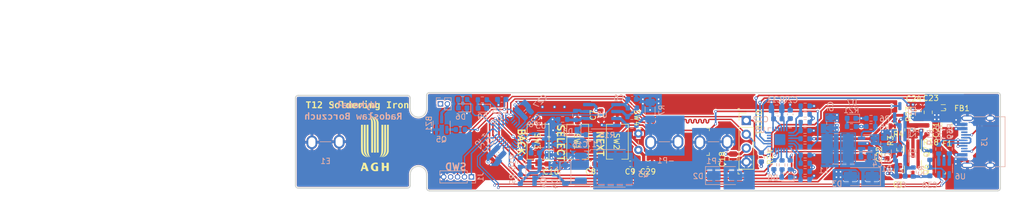
<source format=kicad_pcb>
(kicad_pcb (version 20221018) (generator pcbnew)
  (layers (0 "F.Cu" signal) (1 "In1.Cu" power) (2 "In2.Cu" power) (31 "B.Cu" signal) (34 "B.Paste" user) (35 "F.Paste" user) (36 "B.SilkS" user "B.Silkscreen") (37 "F.SilkS" user "F.Silkscreen") (38 "B.Mask" user) (39 "F.Mask" user) (44 "Edge.Cuts" user))
  (net 0 "")
  (net 1 "Net-(BZ1-+)")
  (net 2 "GND")
  (net 3 "Net-(Q1-G)")
  (net 4 "Net-(D3-K)")
  (net 5 "Net-(U1-BST)")
  (net 6 "T12_Current")
  (net 7 "SW_ON{slash}OFF")
  (net 8 "SW_NEXT")
  (net 9 "SW_BACK")
  (net 10 "NRST")
  (net 11 "Net-(U5-VCCD)")
  (net 12 "Net-(C21-Pad2)")
  (net 13 "TILT_SW")
  (net 14 "Net-(U6-VBUS)")
  (net 15 "T12_V+")
  (net 16 "T12_V-")
  (net 17 "Net-(Q2-G)")
  (net 18 "Net-(D4-A)")
  (net 19 "Net-(D5-K)")
  (net 20 "Net-(D6-A)")
  (net 21 "Net-(D7-A)")
  (net 22 "Net-(D8-A)")
  (net 23 "Net-(D9-A)")
  (net 24 "Net-(F1-Pad1)")
  (net 25 "Net-(F1-Pad2)")
  (net 26 "SWDIO")
  (net 27 "SWCLK")
  (net 28 "+3V3")
  (net 29 "CC1")
  (net 30 "Net-(J3-D+-PadA6)")
  (net 31 "Net-(J3-D--PadA7)")
  (net 33 "CC2")
  (net 35 "SDA")
  (net 36 "SCL")
  (net 37 "Net-(Q4-B)")
  (net 38 "Net-(Q5-B)")
  (net 39 "Net-(Q6-G)")
  (net 40 "Net-(Q6-S)")
  (net 41 "SW_SELECT")
  (net 42 "Net-(U1-FB)")
  (net 43 "T12_PWM")
  (net 44 "Net-(U2A--)")
  (net 45 "Net-(U2A-+)")
  (net 46 "Buzzer")
  (net 47 "Net-(U2B--)")
  (net 48 "T12_Thermocouple")
  (net 49 "U_LED")
  (net 50 "Net-(U5-VBUS_FET_EN)")
  (net 51 "Net-(U5-FAULT)")
  (net 52 "INT")
  (net 53 "Net-(U5-VBUS_MAX)")
  (net 54 "Net-(U5-VBUS_MIN)")
  (net 55 "Net-(U5-ISNK_COARSE)")
  (net 56 "Net-(U5-ISNK_FINE)")
  (net 57 "PD_SAFE")
  (net 58 "Net-(U5-SAFE_PWR_EN)")
  (net 59 "FLIP")
  (net 60 "PS_LED")
  (net 61 "USB_CONN_D-")
  (net 62 "USB_CONN_D+")
  (net 63 "TEMP_AMBIENT")
  (net 67 "USB_D-")
  (net 68 "USB_D+")
  (net 74 "VDC")
  (net 75 "VCCQ")
  (net 76 "VBUS")
  (footprint "Package_TO_SOT_SMD:SOT-23" (layer "F.Cu") (at 209 96.1 -90)
    (fp_text reference "Q6")
    (fp_text value "AO3401A")
  )
  (footprint "Resistor_SMD:R_0603_1608Metric" (layer "F.Cu") (at 211.55 88.825 90)
    (fp_text reference "R18")
    (fp_text value "2k2")
  )
  (footprint "Capacitor_SMD:C_0805_2012Metric" (layer "F.Cu") (at 206.3 96.35 90)
    (fp_text reference "C1")
    (fp_text value "22u")
  )
  (footprint "Capacitor_SMD:C_0603_1608Metric" (layer "F.Cu") (at 150 95.05 180)
    (fp_text reference "C8")
    (fp_text value "100n")
  )
  (footprint "Capacitor_SMD:C_0603_1608Metric" (layer "F.Cu") (at 204.25 93.3 90)
    (fp_text reference "C22")
    (fp_text value "1u")
  )
  (footprint "Button_Switch_SMD:SW_Tactile_SPST_NO_Straight_CK_PTS636Sx25SMTRLFS" (layer "F.Cu") (at 140.4 91 -90)
    (fp_text reference "SW3")
    (fp_text value "SW_Push")
  )
  (footprint "My_Library:Oled module 128x32" (layer "F.Cu") (at 177 96.905)
    (fp_text reference "OLED1")
    (fp_text value "~")
  )
  (footprint "Capacitor_SMD:C_0603_1608Metric" (layer "F.Cu") (at 151.9 86.125 90)
    (fp_text reference "C7")
    (fp_text value "100n")
  )
  (footprint "Resistor_SMD:R_0603_1608Metric" (layer "F.Cu") (at 208.05 88.825 -90)
    (fp_text reference "R23")
    (fp_text value "10k")
  )
  (footprint "Package_TO_SOT_SMD:SOT-23" (layer "F.Cu") (at 209 92.2625 -90)
    (fp_text reference "Q7")
    (fp_text value "AO3401A")
  )
  (footprint "Resistor_SMD:R_0603_1608Metric" (layer "F.Cu") (at 206.55 92.425 -90)
    (fp_text reference "R3")
    (fp_text value "100R")
  )
  (footprint "Fuse:Fuse_1206_3216Metric_Pad1.42x1.75mm_HandSolder" (layer "F.Cu") (at 215.2 88.1 -90)
    (fp_text reference "F1")
    (fp_text value "3.5A")
  )
  (footprint "My_Library:logo2" (layer "F.Cu") (at 110.5 91.4)
    (fp_text reference "G***" hide)
    (fp_text value "LOGO" hide)
  )
  (footprint "Capacitor_SMD:C_0603_1608Metric" (layer "F.Cu") (at 157.25 95.05 180)
    (fp_text reference "C9")
    (fp_text value "100n")
  )
  (footprint "Capacitor_SMD:C_0603_1608Metric" (layer "F.Cu") (at 160.5 95.05 180)
    (fp_text reference "C29")
    (fp_text value "100n")
  )
  (footprint "Capacitor_SMD:C_0805_2012Metric" (layer "F.Cu") (at 176.1 94.2 -90)
    (fp_text reference "C18")
    (fp_text value "10u")
  )
  (footprint "Capacitor_SMD:C_0805_2012Metric" (layer "F.Cu") (at 211.8 85.6 -90)
    (fp_text reference "C23")
    (fp_text value "22u")
  )
  (footprint "Resistor_SMD:R_0603_1608Metric" (layer "F.Cu") (at 181.25 93.825 90)
    (fp_text reference "R24")
    (fp_text value "2k2")
  )
  (footprint "Button_Switch_SMD:SW_Tactile_SPST_NO_Straight_CK_PTS636Sx25SMTRLFS" (layer "F.Cu") (at 147.65 91 -90)
    (fp_text reference "SW1")
    (fp_text value "SW_Push")
  )
  (footprint "My_Library:Tilt_Switch" (layer "F.Cu") (at 158.75 93.5)
    (fp_text reference "SW4")
    (fp_text value "SW_Reed")
  )
  (footprint "Inductor_SMD:L_0805_2012Metric" (layer "F.Cu") (at 214.55 84.75)
    (fp_text reference "FB1")
    (fp_text value "100 @ 100MHz")
  )
  (footprint "Resistor_SMD:R_0603_1608Metric" (layer "F.Cu") (at 205.7 88.1 180)
    (fp_text reference "R4")
    (fp_text value "47k")
  )
  (footprint "Capacitor_SMD:C_0603_1608Metric" (layer "F.Cu") (at 210 85.4 -90)
    (fp_text reference "C24")
    (fp_text value "100n")
  )
  (footprint "Button_Switch_SMD:SW_Tactile_SPST_NO_Straight_CK_PTS636Sx25SMTRLFS" (layer "F.Cu") (at 154.9 91 -90)
    (fp_text reference "SW2")
    (fp_text value "SW_Push")
  )
  (footprint "Capacitor_SMD:C_0603_1608Metric" (layer "F.Cu") (at 142.775 95.075 180)
    (fp_text reference "C10")
    (fp_text value "100n")
  )
  (footprint "Capacitor_SMD:C_0603_1608Metric" (layer "F.Cu") (at 209.55 88.825 90)
    (fp_text reference "C21")
    (fp_text value "1u")
  )
  (footprint "My_Library:520 Fuse Clip" (layer "B.Cu") (at 104 91 180)
    (fp_text reference "E1")
    (fp_text value "~")
  )
  (footprint "Resistor_SMD:R_0603_1608Metric" (layer "B.Cu") (at 147.25 86.175 90)
    (fp_text reference "R17" hide)
    (fp_text value "200k")
  )
  (footprint "Capacitor_SMD:C_0805_2012Metric" (layer "B.Cu") (at 132.378249 94.051992 -45)
    (fp_text reference "C25")
    (fp_text value "10u")
  )
  (footprint "Resistor_SMD:R_0603_1608Metric" (layer "B.Cu") (at 149.975 89.7 180)
    (fp_text reference "R15")
    (fp_text value "10k")
  )
  (footprint "Resistor_SMD:R_1206_3216Metric_Pad1.30x1.75mm_HandSolder" (layer "B.Cu") (at 160.9 85.3 -90)
    (fp_text reference "R7")
    (fp_text value "0R1 1W")
  )
  (footprint "Capacitor_SMD:C_0603_1608Metric" (layer "B.Cu") (at 157.6 83.205 180)
    (fp_text reference "C6")
    (fp_text value "100n")
  )
  (footprint "Capacitor_SMD:C_0603_1608Metric" (layer "B.Cu") (at 184.272382 86.8 180)
    (fp_text reference "C12")
    (fp_text value "100n")
  )
  (footprint "Resistor_SMD:R_0603_1608Metric" (layer "B.Cu") (at 189.275 94.95 180)
    (fp_text reference "R32" hide)
    (fp_text value "2k2")
  )
  (footprint "Resistor_SMD:R_0603_1608Metric" (layer "B.Cu") (at 201.325 86.7 180)
    (fp_text reference "R6")
    (fp_text value "22k")
  )
  (footprint "Resistor_SMD:R_0603_1608Metric" (layer "B.Cu") (at 189.275 93.45)
    (fp_text reference "R33" hide)
    (fp_text value "2k2")
  )
  (footprint "Resistor_SMD:R_0603_1608Metric" (layer "B.Cu") (at 126.6 83.25 180)
    (fp_text reference "R20" hide)
    (fp_text value "1k")
  )
  (footprint "Resistor_SMD:R_0603_1608Metric" (layer "B.Cu") (at 189.275 96.45 180)
    (fp_text reference "R34" hide)
    (fp_text value "2k2")
  )
  (footprint "Resistor_SMD:R_0603_1608Metric" (layer "B.Cu") (at 181.25 93.825 90)
    (fp_text reference "R25" hide)
    (fp_text value "2k2")
  )
  (footprint "Resistor_SMD:R_0603_1608Metric" (layer "B.Cu") (at 215.675 92.325 90)
    (fp_text reference "R39")
    (fp_text value "22R")
  )
  (footprint "Package_DFN_QFN:QFN-28_4x4mm_P0.5mm" (layer "B.Cu") (at 135.226894 89.4 -135)
    (fp_text reference "U4")
    (fp_text value "STM32F042G4Ux")
  )
  (footprint "Connector_PinHeader_1.27mm:PinHeader_1x05_P1.27mm_Vertical" (layer "B.Cu") (at 128.2 97.45 90)
    (fp_text reference "J1")
    (fp_text value "Conn_01x05")
  )
  (footprint "Package_TO_SOT_SMD:SOT-23" (layer "B.Cu") (at 140.8875 90.5)
    (fp_text reference "U3")
    (fp_text value "MCP9700Ax-ETT")
  )
  (footprint "Capacitor_SMD:C_0603_1608Metric" (layer "B.Cu") (at 133.75 83.25 180)
    (fp_text reference "C15")
    (fp_text value "100n")
  )
  (footprint "Diode_SMD:D_SMA" (layer "B.Cu") (at 199.55 97.4 180)
    (fp_text reference "D3")
    (fp_text value "SS34")
  )
  (footprint "Package_TO_SOT_SMD:SOT-23" (layer "B.Cu") (at 206.6 93.125 90)
    (fp_text reference "Q1")
    (fp_text value "AO3401A")
  )
  (footprint "Package_TO_SOT_SMD:SOT-23_Handsoldering" (layer "B.Cu") (at 139.75 96.65 -90)
    (fp_text reference "Q4")
    (fp_text value "MMBT3904")
  )
  (footprint "Resistor_SMD:R_0603_1608Metric" (layer "B.Cu") (at 143.35 96.15 -90)
    (fp_text reference "R8" hide)
    (fp_text value "270k")
  )
  (footprint "Resistor_SMD:R_0603_1608Metric" (layer "B.Cu") (at 137.15 94.8 -90)
    (fp_text reference "R10")
    (fp_text value "100R")
  )
  (footprint "Resistor_SMD:R_0603_1608Metric" (layer "B.Cu") (at 197.75 88.2 180)
    (fp_text reference "R21")
    (fp_text value "1k")
  )
  (footprint "Capacitor_SMD:C_0603_1608Metric" (layer "B.Cu") (at 212.1 96.475 90)
    (fp_text reference "C30")
    (fp_text value "100n")
  )
  (footprint "Connector_PinHeader_1.27mm:PinHeader_1x02_P1.27mm_Vertical" (layer "B.Cu") (at 122.53 84.05 -90)
    (fp_text reference "BZ1")
    (fp_text value "Buzzer")
  )
  (footprint "LED_SMD:LED_0603_1608Metric" (layer "B.Cu") (at 130.2125 84.85 180)
    (fp_text reference "D9")
    (fp_text value "GREEN")
  )
  (footprint "Package_TO_SOT_SMD:SOT-23" (layer "B.Cu") (at 122.755 87.844048 90)
    (fp_text reference "Q5")
    (fp_text value "MMBT3904")
  )
  (footprint "Resistor_SMD:R_0603_1608Metric" (layer "B.Cu") (at 189.25 91.95 180)
    (fp_text reference "R36" hide)
    (fp_text value "2k2")
  )
  (footprint "Capacitor_SMD:C_0603_1608Metric" (layer "B.Cu") (at 186.55 85.975 90)
    (fp_text reference "C20")
    (fp_text value "1u")
  )
  (footprint "Capacitor_SMD:C_0805_2012Metric" (layer "B.Cu") (at 203.85 91.25 90)
    (fp_text reference "C3")
    (fp_text value "22u")
  )
  (footprint "My_Library:520 Fuse Clip" (layer "B.Cu") (at 166 91 180)
    (fp_text reference "-P1")
    (fp_text value "~")
  )
  (footprint "Diode_SMD:D_SOD-123" (layer "B.Cu") (at 145.875 88.9 180)
    (fp_text reference "D5")
    (fp_text value "3V3")
  )
  (footprint "Resistor_SMD:R_0603_1608Metric" (layer "B.Cu") (at 206.8 95.8125)
    (fp_text reference "R1")
    (fp_text value "430k")
  )
  (footprint "Resistor_SMD:R_0603_1608Metric" (layer "B.Cu") (at 213.7125 92.35 90)
    (fp_text reference "R40")
    (fp_text value "22R")
  )
  (footprint "Resistor_SMD:R_0603_1608Metric" (layer "B.Cu") (at 157.575 88 180)
    (fp_text reference "R13" hide)
    (fp_text value "10k")
  )
  (footprint "Sensor_Motion:InvenSense_QFN-24_4x4mm_P0.5mm_NoMask" (layer "B.Cu") (at 184.65 90.6 180)
    (fp_text reference "U5")
    (fp_text value "CYPD3177")
  )
  (footprint "Resistor_SMD:R_0603_1608Metric" (layer "B.Cu") (at 157.575 86.4)
    (fp_text reference "R11" hide)
    (fp_text value "1k")
  )
  (footprint "LED_SMD:LED_0603_1608Metric" (layer "B.Cu") (at 197.75 86.7 180)
    (fp_text reference "D7")
    (fp_text value "RED")
  )
  (footprint "Resistor_SMD:R_0603_1608Metric" (layer "B.Cu") (at 212.1 93.5 90)
    (fp_text reference "R19")
    (fp_text value "10k")
  )
  (footprint "Capacitor_SMD:C_0805_2012Metric" (layer "B.Cu") (at 144 92.45 90)
    (fp_text reference "C16")
    (fp_text value "22u")
  )
  (footprint "Resistor_SMD:R_0603_1608Metric" (layer "B.Cu") (at 144.9 86.9 180)
    (fp_text reference "R16" hide)
    (fp_text value "1k")
  )
  (footprint "Capacitor_SMD:C_0805_2012Metric" (layer "B.Cu") (at 137.45 84.7 45)
    (fp_text reference "C27")
    (fp_text value "10u")
  )
  (footprint "Resistor_SMD:R_0603_1608Metric" (layer "B.Cu") (at 183.547382 95.225 90)
    (fp_text reference "R37" hide)
    (fp_text value "2k2")
  )
  (footprint "Inductor_SMD:L_TracoPower_TCK-047_5.2x5.8mm" (layer "B.Cu") (at 195.225 92.3 180)
    (fp_text reference "L1")
    (fp_text value "22u")
  )
  (footprint "Resistor_SMD:R_0603_1608Metric" (layer "B.Cu") (at 157.65 84.8 180)
    (fp_text reference "R12" hide)
    (fp_text value "10k")
  )
  (footprint "Capacitor_SMD:C_0805_2012Metric" (layer "B.Cu") (at 193.95 87.55 90)
    (fp_text reference "C5")
    (fp_text value "10u")
  )
  (footprint "Resistor_SMD:R_0603_1608Metric" (layer "B.Cu") (at 189.25 97.95)
    (fp_text reference "R35" hide)
    (fp_text value "2k2")
  )
  (footprint "Capacitor_SMD:C_0805_2012Metric" (layer "B.Cu") (at 184.05 85 180)
    (fp_text reference "C11")
    (fp_text value "10u")
  )
  (footprint "Resistor_SMD:R_0603_1608Metric" (layer "B.Cu") (at 126.175 88.775 180)
    (fp_text reference "R14" hide)
    (fp_text value "100R")
  )
  (footprint "Diode_SMD:D_SMA" (layer "B.Cu") (at 174.55 97.2)
    (fp_text reference "D2")
    (fp_text value "SS34")
  )
  (footprint "Package_TO_SOT_SMD:SOT-23" (layer "B.Cu") (at 206.6 85.4 90)
    (fp_text reference "D1")
    (fp_text value "BAT54C")
  )
  (footprint "Resistor_SMD:R_0603_1608Metric" (layer "B.Cu") (at 189.275 84.45)
    (fp_text reference "R31" hide)
    (fp_text value "2k2")
  )
  (footprint "LED_SMD:LED_0603_1608Metric" (layer "B.Cu") (at 185.772382 97.5 180)
    (fp_text reference "D8")
    (fp_text value "RED")
  )
  (footprint "Package_TO_SOT_SMD:TO-252-2" (layer "B.Cu") (at 153.265 95.875)
    (fp_text reference "Q3")
    (fp_text value "SUD09P10")
  )
  (footprint "Resistor_SMD:R_0603_1608Metric" (layer "B.Cu") (at 137.15 97.875 -90)
    (fp_text reference "R9")
    (fp_text value "1k")
  )
  (footprint "Resistor_SMD:R_0603_1608Metric" (layer "B.Cu") (at 189.25 90.45 180)
    (fp_text reference "R22" hide)
    (fp_text value "2k2")
  )
  (footprint "Resistor_SMD:R_0603_1608Metric" (layer "B.Cu") (at 209.05 96.55 -90)
    (fp_text reference "R2")
    (fp_text value "270k")
  )
  (footprint "Capacitor_SMD:C_0603_1608Metric" (layer "B.Cu") (at 145.85 92.65 90)
    (fp_text reference "C17")
    (fp_text value "100n")
  )
  (footprint "Package_SO:SO-8_3.9x4.9mm_P1.27mm" (layer "B.Cu") (at 152.075 86.1 180)
    (fp_text reference "U2")
    (fp_text value "TSZ182")
  )
  (footprint "Capacitor_SMD:C_0603_1608Metric" (layer "B.Cu") (at 133.528249 92.601992 -45)
    (fp_text reference "C14")
    (fp_text value "100n")
  )
  (footprint "Package_TO_SOT_SMD:TSOT-23-6" (layer "B.Cu") (at 200.75 91.3)
    (fp_text reference "U1")
    (fp_text value "AP64060Q")
  )
  (footprint "Diode_SMD:D_SOD-123" (layer "B.Cu") (at 145.4 97 -90)
    (fp_text reference "D4")
    (fp_text value "11V")
  )
  (footprint "My_Library:520 Fuse Clip" (layer "B.Cu") (at 175 91 180)
    (fp_text reference "+P1")
    (fp_text value "~")
  )
  (footprint "Resistor_SMD:R_0603_1608Metric" (layer "B.Cu") (at 186.547382 95.25 90)
    (fp_text reference "R27" hide)
    (fp_text value "2k2")
  )
  (footprint "Resistor_SMD:R_0603_1608Metric" (layer "B.Cu") (at 189.275 85.95 180)
    (fp_text reference "R30" hide)
    (fp_text value "2k2")
  )
  (footprint "Resistor_SMD:R_0603_1608Metric" (layer "B.Cu") (at 189.275 87.45 180)
    (fp_text reference "R28" hide)
    (fp_text value "2k2")
  )
  (footprint "Connector_USB:USB_C_Receptacle_XKB_U262-16XN-4BVC11" (layer "B.Cu") (at 222.075 91 -90)
    (fp_text reference "J3")
    (fp_text value "USB_C_Receptacle_USB2.0")
  )
  (footprint "Resistor_SMD:R_0603_1608Metric" (layer "B.Cu") (at 201.305834 88.2)
    (fp_text reference "R5")
    (fp_text value "68k")
  )
  (footprint "Capacitor_SMD:C_0603_1608Metric" (layer "B.Cu") (at 138.55 86.05 45)
    (fp_text reference "C28")
    (fp_text value "100n")
  )
  (footprint "Capacitor_SMD:C_0603_1608Metric" (layer "B.Cu") (at 139.875 93.05 180)
    (fp_text reference "C31" hide)
    (fp_text value "100n")
  )
  (footprint "Package_TO_SOT_SMD:SOT-23" (layer "B.Cu") (at 206.6 89.25 90)
    (fp_text reference "Q2")
    (fp_text value "AO3400A")
  )
  (footprint "Capacitor_SMD:C_0603_1608Metric" (layer "B.Cu") (at 206.8 97.3125)
    (fp_text reference "C2")
    (fp_text value "100n")
  )
  (footprint "Capacitor_SMD:C_0603_1608Metric" (layer "B.Cu") (at 200.25 93.8 180)
    (fp_text reference "C4")
    (fp_text value "100n")
  )
  (footprint "Resistor_SMD:R_0603_1608Metric" (layer "B.Cu") (at 189.25 88.95)
    (fp_text reference "R29" hide)
    (fp_text value "2k2")
  )
  (footprint "Resistor_SMD:R_0603_1608Metric" (layer "B.Cu") (at 130.2 83.3 180)
    (fp_text reference "R38" hide)
    (fp_text value "1k")
  )
  (footprint "Resistor_SMD:R_0603_1608Metric" (layer "B.Cu") (at 185.047382 95.25 -90)
    (fp_text reference "R26" hide)
    (fp_text value "2k2")
  )
  (footprint "LED_SMD:LED_0603_1608Metric" (layer "B.Cu") (at 126.6 84.8 180)
    (fp_text reference "D6")
    (fp_text value "BLUE")
  )
  (footprint "Package_TO_SOT_SMD:SOT-23-6" (layer "B.Cu") (at 214.6875 95.9 -90)
    (fp_text reference "U6")
    (fp_text value "USBLC6-2SC6")
  )
  (gr_arc (start 116.5 82.5) (mid 116.853553 82.646447) (end 117 83) (stroke (width 0.2)) (layer "Edge.Cuts"))
  (gr_arc (start 225 99.5) (mid 224.853553 99.853553) (end 224.5 100) (stroke (width 0.2)) (layer "Edge.Cuts"))
  (gr_arc (start 96 83) (mid 96.146447 82.646447) (end 96.5 82.5) (stroke (width 0.2)) (layer "Edge.Cuts"))
  (gr_arc (start 96.5 99.5) (mid 96.146447 99.353553) (end 96 99) (stroke (width 0.2)) (layer "Edge.Cuts"))
  (gr_arc (start 224.5 82) (mid 224.853553 82.146447) (end 225 82.5) (stroke (width 0.2)) (layer "Edge.Cuts"))
  (gr_line (start 117 85) (end 117 83) (stroke (width 0.2)) (layer "Edge.Cuts"))
  (gr_line (start 225 82.5) (end 225 99.5) (stroke (width 0.2)) (layer "Edge.Cuts"))
  (gr_line (start 120 85) (end 120 82.5) (stroke (width 0.2)) (layer "Edge.Cuts"))
  (gr_arc (start 117 99) (mid 116.853553 99.353553) (end 116.5 99.5) (stroke (width 0.2)) (layer "Edge.Cuts"))
  (gr_arc (start 120 82.5) (mid 120.146447 82.146447) (end 120.5 82) (stroke (width 0.2)) (layer "Edge.Cuts"))
  (gr_line (start 224.5 100) (end 120.5 100) (stroke (width 0.2)) (layer "Edge.Cuts"))
  (gr_line (start 120.5 82) (end 224.5 82) (stroke (width 0.2)) (layer "Edge.Cuts"))
  (gr_line (start 116.5 99.5) (end 96.5 99.5) (stroke (width 0.2)) (layer "Edge.Cuts"))
  (gr_line (start 120 97) (end 120 99.5) (stroke (width 0.2)) (layer "Edge.Cuts"))
  (gr_arc (start 120 85) (mid 118.5 86.5) (end 117 85) (stroke (width 0.2)) (layer "Edge.Cuts"))
  (gr_line (start 96 99) (end 96 83) (stroke (width 0.2)) (layer "Edge.Cuts"))
  (gr_arc (start 117 97) (mid 118.5 95.5) (end 120 97) (stroke (width 0.2)) (layer "Edge.Cuts"))
  (gr_line (start 117 97) (end 117 99) (stroke (width 0.2)) (layer "Edge.Cuts"))
  (gr_arc (start 120.5 100) (mid 120.146447 99.853553) (end 120 99.5) (stroke (width 0.2)) (layer "Edge.Cuts"))
  (gr_line (start 116.5 82.5) (end 96.5 82.5) (stroke (width 0.2)) (layer "Edge.Cuts"))
  (gr_text "SWD" (at 127.44 96.34) (layer "B.SilkS") (effects (font (size 1.25 1.25) (thickness 0.25) bold) (justify left bottom mirror)))
  (gr_text "Wykonał:\nRadosław Borczuch" (at 106.575 87.15) (layer "B.SilkS") (effects (font (size 1.25 1.25) (thickness 0.25) bold) (justify bottom mirror)))
  (gr_text "BACK" (at 136.6 88.425 270) (layer "F.SilkS") (effects (font (size 1.25 1.25) (thickness 0.25) bold) (justify left bottom)))
  (gr_text "NEXT" (at 151 88.875 -90) (layer "F.SilkS") (effects (font (size 1.25 1.25) (thickness 0.25) bold) (justify left bottom)))
  (gr_text "SELECT" (at 143.8 87.7 270) (layer "F.SilkS") (effects (font (size 1.25 1.25) (thickness 0.25) bold) (justify left bottom)))
  (gr_text "T12 Soldering Iron " (at 97.85 85.075) (layer "F.SilkS") (effects (font (size 1.25 1.25) (thickness 0.25) bold) (justify left bottom)))
  (segment (start 122.75 86.901548) (end 122.75 85.675) (width 0.5) (layer "B.Cu") (net 1))
  (segment (start 123.8 84.625) (end 123.8 84.05) (width 0.5) (layer "B.Cu") (net 1))
  (segment (start 122.75 85.675) (end 123.8 84.625) (width 0.5) (layer "B.Cu") (net 1))
  (segment (start 122.755 86.906548) (end 122.75 86.901548) (width 0.5) (layer "B.Cu") (net 1))
  (segment (start 152.075 87.925) (end 152.075 87.075) (width 0.5) (layer "F.Cu") (net 2))
  (segment (start 160.45 95.875) (end 161.275 95.05) (width 0.3) (layer "F.Cu") (net 2))
  (segment (start 158.025 95.05) (end 158.85 95.875) (width 0.3) (layer "F.Cu") (net 2))
  (segment (start 150.775 95.05) (end 151.6 95.875) (width 0.3) (layer "F.Cu") (net 2))
  (segment (start 205.05 95.975) (end 205.625 95.4) (width 0.6) (layer "F.Cu") (net 2))
  (segment (start 158.85 95.875) (end 159.6 95.875) (width 0.3) (layer "F.Cu") (net 2))
  (segment (start 204.9 88.125) (end 204.875 88.1) (width 0.6) (layer "F.Cu") (net 2))
  (segment (start 205.625 95.4) (end 206.3 95.4) (width 0.6) (layer "F.Cu") (net 2))
  (segment (start 151.6 95.875) (end 159.6 95.875) (width 0.3) (layer "F.Cu") (net 2))
  (segment (start 159.6 95.875) (end 160.45 95.875) (width 0.3) (layer "F.Cu") (net 2))
  (segment (start 152.075 87.075) (end 151.9 86.9) (width 0.5) (layer "F.Cu") (net 2))
  (segment (start 204.9 89.1) (end 204.9 88.125) (width 0.6) (layer "F.Cu") (net 2))
  (segment (start 205.05 95.975) (end 204.35 95.975) (width 0.6) (layer "F.Cu") (net 2))
  (via (at 204.9 89.1) (size 0.6) (drill 0.3) (layers "F.Cu" "B.Cu") (net 2))
  (via (at 213.7 86.1) (size 0.6) (drill 0.3) (layers "F.Cu" "B.Cu") (net 2))
  (via (at 216.85 94.2) (size 0.6) (drill 0.3) (layers "F.Cu" "B.Cu") (net 2))
  (via (at 143.15 88.9) (size 0.6) (drill 0.3) (layers "F.Cu" "B.Cu") (net 2))
  (via (at 142.35 87.725) (size 0.6) (drill 0.3) (layers "F.Cu" "B.Cu") (net 2))
  (via (at 142.7 91.95) (size 0.6) (drill 0.3) (layers "F.Cu" "B.Cu") (net 2))
  (via (at 209 86.6) (size 0.6) (drill 0.3) (layers "F.Cu" "B.Cu") (net 2))
  (via (at 120.875 88.45) (size 0.5) (drill 0.3) (layers "F.Cu" "B.Cu") (net 2))
  (via (at 195 97.5) (size 0.6) (drill 0.3) (layers "F.Cu" "B.Cu") (net 2))
  (via (at 204.35 95.975) (size 0.6) (drill 0.3) (layers "F.Cu" "B.Cu") (net 2))
  (via (at 183.1 83.75) (size 0.6) (drill 0.3) (layers "F.Cu" "B.Cu") (net 2))
  (via (at 216.85 95.05) (size 0.6) (drill 0.3) (layers "F.Cu" "B.Cu") (net 2))
  (via (at 190.85 88.95) (size 0.6) (drill 0.3) (layers "F.Cu" "B.Cu") (net 2))
  (via (at 195 96.5) (size 0.6) (drill 0.3) (layers "F.Cu" "B.Cu") (net 2))
  (via (at 162.45 83.2) (size 0.6) (drill 0.3) (layers "F.Cu" "B.Cu") (net 2))
  (via (at 213 86.1) (size 0.6) (drill 0.3) (layers "F.Cu" "B.Cu") (net 2))
  (via (at 213 86.9) (size 0.6) (drill 0.3) (layers "F.Cu" "B.Cu") (net 2))
  (via (at 160.9 85.175) (size 0.6) (drill 0.3) (layers "F.Cu" "B.Cu") (net 2))
  (via (at 145.225 84.625) (size 0.6) (drill 0.3) (layers "F.Cu" "B.Cu") (net 2))
  (via (at 195.1 86.1) (size 0.6) (drill 0.3) (layers "F.Cu" "B.Cu") (net 2))
  (via (at 203.45 89.2) (size 0.6) (drill 0.3) (layers "F.Cu" "B.Cu") (net 2))
  (via (at 204.95 90.3) (size 0.6) (drill 0.3) (layers "F.Cu" "B.Cu") (net 2))
  (via (at 195.1 87.1) (size 0.6) (drill 0.3) (layers "F.Cu" "B.Cu") (net 2))
  (via (at 195.75 97.5) (size 0.6) (drill 0.3) (layers "F.Cu" "B.Cu") (net 2))
  (via (at 205.05 95.975) (size 0.6) (drill 0.3) (layers "F.Cu" "B.Cu") (net 2))
  (via (at 120.875 89.3) (size 0.5) (drill 0.3) (layers "F.Cu" "B.Cu") (net 2))
  (via (at 133.15 84.25) (size 0.5) (drill 0.3) (layers "F.Cu" "B.Cu") (net 2))
  (via (at 142.7 91.275) (size 0.6) (drill 0.3) (layers "F.Cu" "B.Cu") (net 2))
  (via (at 127.375 85.8) (size 0.5) (drill 0.3) (layers "F.Cu" "B.Cu") (net 2))
  (via (at 152.075 87.925) (size 0.6) (drill 0.3) (layers "F.Cu" "B.Cu") (net 2))
  (via (at 159.575 84.025) (size 0.6) (drill 0.3) (layers "F.Cu" "B.Cu") (net 2))
  (via (at 143.4 84.625) (size 0.6) (drill 0.3) (layers "F.Cu" "B.Cu") (net 2))
  (via (at 209 85.9) (size 0.6) (drill 0.3) (layers "F.Cu" "B.Cu") (net 2))
  (via (at 143.05 86.9) (size 0.6) (drill 0.3) (layers "F.Cu" "B.Cu") (net 2))
  (via (at 174.7 95.15) (size 0.6) (drill 0.3) (layers "F.Cu" "B.Cu") (net 2))
  (via (at 190.9 84.45) (size 0.6) (drill 0.3) (layers "F.Cu" "B.Cu") (net 2))
  (via (at 131.75 95.2) (size 0.5) (drill 0.3) (layers "F.Cu" "B.Cu") (net 2))
  (via (at 186.525 84.225) (size 0.6) (drill 0.3) (layers "F.Cu" "B.Cu") (net 2))
  (via (at 199.55 86.7) (size 0.6) (drill 0.3) (layers "F.Cu" "B.Cu") (net 2))
  (via (at 162.45 83.95) (size 0.6) (drill 0.3) (layers "F.Cu" "B.Cu") (net 2))
  (via (at 190.95 93.45) (size 0.6) (drill 0.3) (layers "F.Cu" "B.Cu") (net 2))
  (via (at 216.9 87.8) (size 0.6) (drill 0.3) (layers "F.Cu" "B.Cu") (net 2))
  (via (at 130.3 84.15) (size 0.5) (drill 0.3) (layers "F.Cu" "B.Cu") (net 2))
  (via (at 141.2 84.625) (size 0.6) (drill 0.3) (layers "F.Cu" "B.Cu") (net 2))
  (via (at 187.525 97.5) (size 0.6) (drill 0.3) (layers "F.Cu" "B.Cu") (net 2))
  (via (at 210.475 97.375) (size 0.6) (drill 0.3) (layers "F.Cu" "B.Cu") (net 2))
  (via (at 190.9 97.25) (size 0.6) (drill 0.3) (layers "F.Cu" "B.Cu") (net 2))
  (via (at 216.9 87) (size 0.6) (drill 0.3) (layers "F.Cu" "B.Cu") (net 2))
  (via (at 213.7 86.9) (size 0.6) (drill 0.3) (layers "F.Cu" "B.Cu") (net 2))
  (via (at 141.95 91.95) (size 0.6) (drill 0.3) (layers "F.Cu" "B.Cu") (net 2))
  (via (at 214.6875 93.6) (size 0.6) (drill 0.3) (layers "F.Cu" "B.Cu") (net 2))
  (via (at 141.95 91.3) (size 0.6) (drill 0.3) (layers "F.Cu" "B.Cu") (net 2))
  (via (at 159.575 83.2) (size 0.6) (drill 0.3) (layers "F.Cu" "B.Cu") (net 2))
  (via (at 195.75 96.5) (size 0.6) (drill 0.3) (layers "F.Cu" "B.Cu") (net 2))
  (via (at 136.75 83.75) (size 0.5) (drill 0.3) (layers "F.Cu" "B.Cu") (net 2))
  (via (at 200.65 91.3) (size 0.6) (drill 0.3) (layers "F.Cu" "B.Cu") (net 2))
  (segment (start 127.375 85.8) (end 127.375 84.8125) (width 0.5) (layer "B.Cu") (net 2))
  (segment (start 137.15 98.7) (end 137.15 98.5) (width 0.5) (layer "B.Cu") (net 2))
  (segment (start 190.075 88.95) (end 190.85 88.95) (width 0.5) (layer "B.Cu") (net 2))
  (segment (start 141.75 91.95) (end 141.95 91.95) (width 0.5) (layer "B.Cu") (net 2))
  (segment (start 127.375 84.8125) (end 127.3875 84.8) (width 0.5) (layer "B.Cu") (net 2))
  (segment (start 130.3 84.15) (end 131 84.85) (width 0.5) (layer "B.Cu") (net 2))
  (segment (start 198.5375 86.7) (end 199.55 86.7) (width 0.5) (layer "B.Cu") (net 2))
  (segment (start 190.1 93.45) (end 190.95 93.45) (width 0.5) (layer "B.Cu") (net 2))
  (segment (start 133.05 94.723743) (end 133.05 94.176257) (width 0.95) (layer "B.Cu") (net 2))
  (segment (start 138.121751 84.028249) (end 138.625 84.531498) (width 0.95) (layer "B.Cu") (net 2))
  (segment (start 183.590685 86.8) (end 183.497382 86.8) (width 0.25) (layer "B.Cu") (net 2))
  (segment (start 211.975 97.375) (end 212.1 97.25) (width 0.5) (layer "B.Cu") (net 2))
  (segment (start 133.15 84.25) (end 133.15 83.425) (width 0.5) (layer "B.Cu") (net 2))
  (segment (start 190.2 97.95) (end 190.9 97.25) (width 0.5) (layer "B.Cu") (net 2))
  (segment (start 214.6875 93.6) (end 214.6875 94.7625) (width 0.5) (layer "B.Cu") (net 2))
  (segment (start 140.7 96.175) (end 140.7 95.15) (width 0.5) (layer "B.Cu") (net 2))
  (segment (start 132.573743 95.2) (end 133.05 94.723743) (width 0.5) (layer "B.Cu") (net 2))
  (segment (start 158.65 86.4) (end 158.4 86.4) (width 0.5) (layer "B.Cu") (net 2))
  (segment (start 159.875 85.175) (end 158.65 86.4) (width 0.5) (layer "B.Cu") (net 2))
  (segment (start 140.175 96.7) (end 140.7 96.175) (width 0.5) (layer "B.Cu") (net 2))
  (segment (start 138.625 84.531498) (end 138.625 85.028984) (width 0.95) (layer "B.Cu") (net 2))
  (segment (start 137.15 98.5) (end 138.95 96.7) (width 0.5) (layer "B.Cu") (net 2))
  (segment (start 183.147382 85.45) (end 183.347382 85.65) (width 0.5) (layer "B.Cu") (net 2))
  (segment (start 140.7 95.15) (end 140.7 93.1) (width 0.5) (layer "B.Cu") (net 2))
  (segment (start 160.9 85.175) (end 159.875 85.175) (width 0.5) (layer "B.Cu") (net 2))
  (segment (start 210.475 97.375) (end 209.05 97.375) (width 0.5) (layer "B.Cu") (net 2))
  (segment (start 183.1 83.75) (end 183.1 85) (width 0.6) (layer "B.Cu") (net 2))
  (segment (start 131.75 95.2) (end 132.573743 95.2) (width 0.5) (layer "B.Cu") (net 2))
  (segment (start 184.9 88.65) (end 184.9 88.109315) (width 0.25) (layer "B.Cu") (net 2))
  (segment (start 140.7 93.1) (end 140.65 93.05) (width 0.5) (layer "B.Cu") (net 2))
  (segment (start 190.1 84.45) (end 190.9 84.45) (width 0.5) (layer "B.Cu") (net 2))
  (segment (start 134.563981 91.477126) (end 134.076257 91.96485) (width 0.25) (layer "B.Cu") (net 2))
  (segment (start 134.076257 91.96485) (end 134.076257 93.15) (width 0.25) (layer "B.Cu") (net 2))
  (segment (start 152.075 87.925) (end 152.155 88.005) (width 0.5) (layer "B.Cu") (net 2))
  (segment (start 140.65 93.05) (end 141.75 91.95) (width 0.5) (layer "B.Cu") (net 2))
  (segment (start 186.525 85.175) (end 186.55 85.2) (width 0.3) (layer "B.Cu") (net 2))
  (segment (start 183.4 86.897382) (end 183.497382 86.8) (width 0.25) (layer "B.Cu") (net 2))
  (segment (start 187.525 97.5) (end 186.559882 97.5) (width 0.6) (layer "B.Cu") (net 2))
  (segment (start 184.9 88.109315) (end 183.590685 86.8) (width 0.25) (layer "B.Cu") (net 2))
  (segment (start 138.95 96.7) (end 140.175 96.7) (width 0.5) (layer "B.Cu") (net 2))
  (segment (start 186.525 84.225) (end 186.525 85.175) (width 0.3) (layer "B.Cu") (net 2))
  (segment (start 137.028249 84.028249) (end 136.75 83.75) (width 0.5) (layer "B.Cu") (net 2))
  (segment (start 183.4 88.65) (end 183.4 86.897382) (width 0.25) (layer "B.Cu") (net 2))
  (segment (start 138.625 85.028984) (end 139.098008 85.501992) (width 0.95) (layer "B.Cu") (net 2))
  (segment (start 183.347382 85.2) (end 183.347382 86.65) (width 0.5) (layer "B.Cu") (net 2))
  (segment (start 133.05 94.176257) (end 134.076257 93.15) (width 0.95) (layer "B.Cu") (net 2))
  (segment (start 200.5 86.7) (end 199.55 86.7) (width 0.5) (layer "B.Cu") (net 2))
  (segment (start 152.155 88.005) (end 154.65 88.005) (width 0.5) (layer "B.Cu") (net 2))
  (segment (start 216.85 94.2) (end 218.405 94.2) (width 0.6) (layer "B.Cu") (net 2))
  (segment (start 199.6125 91.3) (end 200.65 91.3) (width 0.6) (layer "B.Cu") (net 2))
  (segment (start 216.9 87.8) (end 218.405 87.8) (width 0.6) (layer "B.Cu") (net 2))
  (segment (start 190.075 97.95) (end 190.2 97.95) (width 0.5) (layer "B.Cu") (net 2))
  (segment (start 210.475 97.375) (end 211.975 97.375) (width 0.5) (layer "B.Cu") (net 2))
  (segment (start 133.15 83.425) (end 132.975 83.25) (width 0.5) (layer "B.Cu") (net 2))
  (segment (start 138.121751 84.028249) (end 137.028249 84.028249) (width 0.5) (layer "B.Cu") (net 2))
  (segment (start 206.6 90.742893) (end 206.6 88.3125) (width 0.3) (layer "B.Cu") (net 3))
  (segment (start 207.575 95.8625) (end 207.625 95.8125) (width 0.6) (layer "B.Cu") (net 3))
  (segment (start 207.6375 95.8) (end 207.625 95.8125) (width 0.6) (layer "B.Cu") (net 3))
  (segment (start 205.65 86.3375) (end 205.65 87.3625) (width 0.6) (layer "B.Cu") (net 3))
  (segment (start 207.55 94.0625) (end 207.55 91.692893) (width 0.3) (layer "B.Cu") (net 3))
  (segment (start 207.575 97.3125) (end 207.575 95.8625) (width 0.6) (layer "B.Cu") (net 3))
  (segment (start 205.65 87.3625) (end 206.6 88.3125) (width 0.6) (layer "B.Cu") (net 3))
  (segment (start 207.55 91.692893) (end 206.6 90.742893) (width 0.3) (layer "B.Cu") (net 3))
  (segment (start 209.05 95.8) (end 207.6375 95.8) (width 0.6) (layer "B.Cu") (net 3))
  (segment (start 207.55 94.0625) (end 207.55 95.7375) (width 0.6) (layer "B.Cu") (net 3))
  (segment (start 207.55 95.7375) (end 207.625 95.8125) (width 0.6) (layer "B.Cu") (net 3))
  (segment (start 199.475 93.8) (end 199.475 92.3875) (width 0.6) (layer "B.Cu") (net 5))
  (segment (start 199.475 92.3875) (end 199.6125 92.25) (width 0.6) (layer "B.Cu") (net 5))
  (segment (start 154.65 84.195) (end 156.22 84.195) (width 0.5) (layer "B.Cu") (net 6))
  (segment (start 156.825 83.205) (end 156.825 83.59) (width 0.5) (layer "B.Cu") (net 6))
  (segment (start 140.66 86.09) (end 152.478249 86.09) (width 0.25) (layer "B.Cu") (net 6))
  (segment (start 137.7 89.048214) (end 137.701786 89.048214) (width 0.25) (layer "B.Cu") (net 6))
  (segment (start 156.22 84.195) (end 156.825 84.8) (width 0.5) (layer "B.Cu") (net 6))
  (segment (start 137.701786 89.048214) (end 140.66 86.09) (width 0.25) (layer "B.Cu") (net 6))
  (segment (start 156.825 83.59) (end 156.22 84.195) (width 0.5) (layer "B.Cu") (net 6))
  (segment (start 154.373249 84.195) (end 154.65 84.195) (width 0.25) (layer "B.Cu") (net 6))
  (segment (start 152.478249 86.09) (end 154.373249 84.195) (width 0.25) (layer "B.Cu") (net 6))
  (segment (start 149.325 95.05) (end 149.325 95.925) (width 0.3) (layer "F.Cu") (net 7))
  (segment (start 183.15 95.075) (end 183.15 89.4) (width 0.3) (layer "F.Cu") (net 7))
  (segment (start 149.85 96.45) (end 181.775 96.45) (width 0.3) (layer "F.Cu") (net 7))
  (segment (start 181.775 96.45) (end 183.15 95.075) (width 0.3) (layer "F.Cu") (net 7))
  (segment (start 183.15 89.4) (end 184.675 87.875) (width 0.3) (layer "F.Cu") (net 7))
  (segment (start 149.225 95.05) (end 147.825 95.05) (width 0.5) (layer "F.Cu") (net 7))
  (segment (start 193.125 84.45) (end 205.1 84.45) (width 0.3) (layer "F.Cu") (net 7))
  (segment (start 147.825 95.05) (end 147.65 94.875) (width 0.5) (layer "F.Cu") (net 7))
  (segment (start 191.025 87.875) (end 192.175 86.725) (width 0.3) (layer "F.Cu") (net 7))
  (segment (start 149.325 95.925) (end 149.85 96.45) (width 0.3) (layer "F.Cu") (net 7))
  (segment (start 192.175 85.4) (end 193.125 84.45) (width 0.3) (layer "F.Cu") (net 7))
  (segment (start 192.175 86.725) (end 192.175 85.4) (width 0.3) (layer "F.Cu") (net 7))
  (segment (start 184.675 87.875) (end 191.025 87.875) (width 0.3) (layer "F.Cu") (net 7))
  (via (at 205.1 84.45) (size 0.5) (drill 0.3) (layers "F.Cu" "B.Cu") (net 7))
  (segment (start 205.1 84.45) (end 206.5875 84.45) (width 0.3) (layer "B.Cu") (net 7))
  (segment (start 206.5875 84.45) (end 206.6 84.4625) (width 0.3) (layer "B.Cu") (net 7))
  (segment (start 156.2 94.875) (end 156.375 95.05) (width 0.25) (layer "F.Cu") (net 8))
  (segment (start 155.075 95.05) (end 154.9 94.875) (width 0.5) (layer "F.Cu") (net 8))
  (segment (start 156.475 95.05) (end 155.075 95.05) (width 0.5) (layer "F.Cu") (net 8))
  (segment (start 132.136416 89.826416) (end 132.136416 87.325) (width 0.3) (layer "F.Cu") (net 8))
  (segment (start 153.595 93.57) (end 147.04 93.57) (width 0.3) (layer "F.Cu") (net 8))
  (segment (start 147.04 93.57) (end 144.1 96.51) (width 0.3) (layer "F.Cu") (net 8))
  (segment (start 144.1 96.51) (end 138.82 96.51) (width 0.3) (layer "F.Cu") (net 8))
  (segment (start 138.82 96.51) (end 132.136416 89.826416) (width 0.3) (layer "F.Cu") (net 8))
  (segment (start 154.9 94.875) (end 153.595 93.57) (width 0.3) (layer "F.Cu") (net 8))
  (via (at 132.136416 87.325) (size 0.5) (drill 0.3) (layers "F.Cu" "B.Cu") (net 8))
  (segment (start 132.444787 87.325) (end 133.503321 88.383534) (width 0.25) (layer "B.Cu") (net 8))
  (segment (start 132.136416 87.325) (end 132.444787 87.325) (width 0.25) (layer "B.Cu") (net 8))
  (segment (start 133.25 90.01) (end 133.25 86.3) (width 0.3) (layer "F.Cu") (net 9))
  (segment (start 140.6 95.075) (end 140.4 94.875) (width 0.5) (layer "F.Cu") (net 9))
  (segment (start 142 95.075) (end 140.6 95.075) (width 0.5) (layer "F.Cu") (net 9))
  (segment (start 140.4 94.875) (end 138.115 94.875) (width 0.3) (layer "F.Cu") (net 9))
  (segment (start 140.625 95.1) (end 140.4 94.875) (width 0.25) (layer "F.Cu") (net 9))
  (segment (start 138.115 94.875) (end 133.25 90.01) (width 0.3) (layer "F.Cu") (net 9))
  (via (at 133.25 86.3) (size 0.5) (drill 0.3) (layers "F.Cu" "B.Cu") (net 9))
  (segment (start 133.25 86.715999) (end 134.210428 87.676427) (width 0.25) (layer "B.Cu") (net 9))
  (segment (start 133.25 86.3) (end 133.25 86.715999) (width 0.25) (layer "B.Cu") (net 9))
  (segment (start 131.95 85.075) (end 125.66 91.365) (width 0.25) (layer "F.Cu") (net 10))
  (segment (start 125.66 91.365) (end 125.66 97.45) (width 0.25) (layer "F.Cu") (net 10))
  (segment (start 134.211673 85.075) (end 131.95 85.075) (width 0.25) (layer "F.Cu") (net 10))
  (via (at 134.211673 85.075) (size 0.5) (drill 0.3) (layers "F.Cu" "B.Cu") (net 10))
  (segment (start 136.940219 86.700446) (end 136.940219 87.686675) (width 0.25) (layer "B.Cu") (net 10))
  (segment (start 134.211673 85.075) (end 134.236673 85.05) (width 0.25) (layer "B.Cu") (net 10))
  (segment (start 134.211673 85.075) (end 134.211673 83.563327) (width 0.25) (layer "B.Cu") (net 10))
  (segment (start 134.211673 83.563327) (end 134.525 83.25) (width 0.25) (layer "B.Cu") (net 10))
  (segment (start 134.236673 85.05) (end 135.289773 85.05) (width 0.25) (layer "B.Cu") (net 10))
  (segment (start 136.940219 87.686675) (end 136.596913 88.029981) (width 0.25) (layer "B.Cu") (net 10))
  (segment (start 135.289773 85.05) (end 136.940219 86.700446) (width 0.25) (layer "B.Cu") (net 10))
  (segment (start 185.9 88.65) (end 185.9 87.4) (width 0.3) (layer "B.Cu") (net 11))
  (segment (start 185.9 87.4) (end 186.55 86.75) (width 0.3) (layer "B.Cu") (net 11))
  (segment (start 208.025 88.025) (end 208.05 88) (width 0.3) (layer "F.Cu") (net 12))
  (segment (start 201.130761 90.45) (end 205.430761 86.15) (width 0.5) (layer "F.Cu") (net 12))
  (segment (start 208.05 88) (end 207.9 87.85) (width 0.3) (layer "F.Cu") (net 12))
  (segment (start 203.205761 92.525) (end 201.130761 90.45) (width 0.5) (layer "F.Cu") (net 12))
  (segment (start 204.25 92.525) (end 203.205761 92.525) (width 0.5) (layer "F.Cu") (net 12))
  (segment (start 205.430761 86.15) (end 207.110661 86.15) (width 0.5) (layer "F.Cu") (net 12))
  (segment (start 208.05 88) (end 211.55 88) (width 0.8) (layer "F.Cu") (net 12))
  (segment (start 204.25 92.525) (end 204.125 92.4) (width 0.3) (layer "F.Cu") (net 12))
  (segment (start 204.225 92.55) (end 204.25 92.525) (width 0.3) (layer "F.Cu") (net 12))
  (segment (start 208.05 87.089339) (end 208.05 88) (width 0.5) (layer "F.Cu") (net 12))
  (segment (start 190.9 90.45) (end 201.130761 90.45) (width 0.5) (layer "F.Cu") (net 12))
  (segment (start 207.110661 86.15) (end 208.05 87.089339) (width 0.5) (layer "F.Cu") (net 12))
  (via (at 190.9 90.45) (size 0.6) (drill 0.3) (layers "F.Cu" "B.Cu") (net 12))
  (segment (start 190.075 90.45) (end 190.9 90.45) (width 0.5) (layer "B.Cu") (net 12))
  (segment (start 158.75 92.5) (end 158.75 92.125) (width 0.3) (layer "F.Cu") (net 13))
  (segment (start 158.75 92.125) (end 157 90.375) (width 0.3) (layer "F.Cu") (net 13))
  (segment (start 157 90.375) (end 139.075 90.375) (width 0.3) (layer "F.Cu") (net 13))
  (segment (start 139.075 90.375) (end 138.625 90.825) (width 0.3) (layer "F.Cu") (net 13))
  (segment (start 159.725 93.475) (end 158.75 92.5) (width 0.6) (layer "F.Cu") (net 13))
  (segment (start 159.725 95.05) (end 159.725 93.475) (width 0.6) (layer "F.Cu") (net 13))
  (via (at 138.625 90.825) (size 0.5) (drill 0.3) (layers "F.Cu" "B.Cu") (net 13))
  (segment (start 138.066107 90.825) (end 138.625 90.825) (width 0.25) (layer "B.Cu") (net 13))
  (segment (start 137.30402 90.062913) (end 138.066107 90.825) (width 0.25) (layer "B.Cu") (net 13))
  (segment (start 214.6875 96.3875) (end 214.6875 97.0375) (width 0.3) (layer "B.Cu") (net 14))
  (segment (start 214.2 95.9) (end 214.6875 96.3875) (width 0.3) (layer "B.Cu") (net 14))
  (segment (start 212.3 95.9) (end 214.2 95.9) (width 0.3) (layer "B.Cu") (net 14))
  (segment (start 212.1 94.325) (end 212.1 95.7) (width 0.3) (layer "B.Cu") (net 14))
  (segment (start 212.1 95.7) (end 212.3 95.9) (width 0.3) (layer "B.Cu") (net 14))
  (segment (start 158.4 88) (end 159.65 86.75) (width 0.5) (layer "B.Cu") (net 16))
  (segment (start 161 86.95) (end 160.9 86.85) (width 0.95) (layer "B.Cu") (net 16))
  (segment (start 160.8 86.75) (end 160.9 86.85) (width 0.5) (layer "B.Cu") (net 16))
  (segment (start 159.65 86.75) (end 160.8 86.75) (width 0.5) (layer "B.Cu") (net 16))
  (segment (start 206.525 88.1) (end 206.525 87.175) (width 0.5) (layer "F.Cu") (net 17))
  (segment (start 206.525 87.175) (end 206.8 86.9) (width 0.5) (layer "F.Cu") (net 17))
  (segment (start 206.6625 91.4875) (end 206.55 91.6) (width 0.6) (layer "F.Cu") (net 17))
  (segment (start 206.55 88.125) (end 206.525 88.1) (width 0.6) (layer "F.Cu") (net 17))
  (segment (start 206.55 91.6) (end 206.55 88.125) (width 0.6) (layer "F.Cu") (net 17))
  (via (at 206.8 86.9) (size 0.6) (drill 0.3) (layers "F.Cu" "B.Cu") (net 17))
  (segment (start 207.55 90.1875) (end 207.55 86.3375) (width 0.6) (layer "B.Cu") (net 17))
  (segment (start 206.8 86.9) (end 206.9875 86.9) (width 0.5) (layer "B.Cu") (net 17))
  (segment (start 206.9875 86.9) (end 207.55 86.3375) (width 0.5) (layer "B.Cu") (net 17))
  (segment (start 143.725 96.975) (end 145.4 98.65) (width 0.5) (layer "B.Cu") (net 18))
  (segment (start 145.4 98.65) (end 145.55 98.5) (width 0.5) (layer "B.Cu") (net 18))
  (segment (start 141 96.9) (end 143.275 96.9) (width 0.5) (layer "B.Cu") (net 18))
  (segment (start 139.75 98.15) (end 141 96.9) (width 0.5) (layer "B.Cu") (net 18))
  (segment (start 143.275 96.9) (end 143.35 96.975) (width 0.5) (layer "B.Cu") (net 18))
  (segment (start 143.35 96.975) (end 143.725 96.975) (width 0.5) (layer "B.Cu") (net 18))
  (segment (start 145.55 98.5) (end 147.88 98.5) (width 0.5) (layer "B.Cu") (net 18))
  (segment (start 147.88 98.5) (end 148.225 98.155) (width 0.5) (layer "B.Cu") (net 18))
  (segment (start 148.455 88.005) (end 149.5 88.005) (width 0.5) (layer "B.Cu") (net 19))
  (segment (start 149.15 89.7) (end 148.325 89.7) (width 0.5) (layer "B.Cu") (net 19))
  (segment (start 147.525 88.9) (end 147.55 88.9) (width 0.5) (layer "B.Cu") (net 19))
  (segment (start 148.325 89.7) (end 147.525 88.9) (width 0.5) (layer "B.Cu") (net 19))
  (segment (start 147.55 88.9) (end 148.45 88) (width 0.5) (layer "B.Cu") (net 19))
  (segment (start 148.45 88) (end 148.455 88.005) (width 0.5) (layer "B.Cu") (net 19))
  (segment (start 125.775 84.7625) (end 125.8125 84.8) (width 0.5) (layer "B.Cu") (net 20))
  (segment (start 125.775 83.25) (end 125.775 84.7625) (width 0.5) (layer "B.Cu") (net 20))
  (segment (start 196.9625 88.1625) (end 196.925 88.2) (width 0.5) (layer "B.Cu") (net 21))
  (segment (start 196.9625 86.7) (end 196.9625 88.1625) (width 0.5) (layer "B.Cu") (net 21))
  (segment (start 184.984882 96.1375) (end 185.047382 96.075) (width 0.5) (layer "B.Cu") (net 22))
  (segment (start 184.984882 97.5) (end 184.984882 96.1375) (width 0.5) (layer "B.Cu") (net 22))
  (segment (start 129.375 83.3) (end 129.375 84.8) (width 0.5) (layer "B.Cu") (net 23))
  (segment (start 129.375 84.8) (end 129.425 84.85) (width 0.5) (layer "B.Cu") (net 23))
  (segment (start 215.2 86.6125) (end 215.6 86.2125) (width 0.8) (layer "F.Cu") (net 24))
  (segment (start 215.6 84.7625) (end 215.6125 84.75) (width 0.8) (layer "F.Cu") (net 24))
  (segment (start 215.6 86.2125) (end 215.6 84.7625) (width 0.8) (layer "F.Cu") (net 24))
  (segment (start 215.3125 89.7) (end 215.2 89.5875) (width 0.6) (layer "F.Cu") (net 25))
  (via (at 216.9 88.6) (size 0.6) (drill 0.3) (layers "F.Cu" "B.Cu") (net 25))
  (via (at 216.9 93.4) (size 0.6) (drill 0.3) (layers "F.Cu" "B.Cu") (net 25))
  (segment (start 216.9 93.4) (end 218.405 93.4) (width 0.6) (layer "B.Cu") (net 25))
  (segment (start 216.9 88.6) (end 218.405 88.6) (width 0.6) (layer "B.Cu") (net 25))
  (segment (start 128.2 93.15) (end 128.2 97.45) (width 0.25) (layer "B.Cu") (net 26))
  (segment (start 132.753788 89.751786) (end 132.748214 89.751786) (width 0.25) (layer "B.Cu") (net 26))
  (segment (start 131.05 90.3) (end 128.2 93.15) (width 0.25) (layer "B.Cu") (net 26))
  (segment (start 132.2 90.3) (end 131.05 90.3) (width 0.25) (layer "B.Cu") (net 26))
  (segment (start 132.748214 89.751786) (end 132.2 90.3) (width 0.25) (layer "B.Cu") (net 26))
  (segment (start 132.753788 89.048214) (end 132.748214 89.048214) (width 0.25) (layer "B.Cu") (net 27))
  (segment (start 132.748214 89.048214) (end 132.4 88.7) (width 0.25) (layer "B.Cu") (net 27))
  (segment (start 132.4 88.7) (end 131.95 88.7) (width 0.25) (layer "B.Cu") (net 27))
  (segment (start 131.95 88.7) (end 126.93 93.72) (width 0.25) (layer "B.Cu") (net 27))
  (segment (start 126.93 93.72) (end 126.93 97.45) (width 0.25) (layer "B.Cu") (net 27))
  (segment (start 151.025 85.25) (end 151.8 85.25) (width 0.5) (layer "F.Cu") (net 28))
  (segment (start 177.425 93.25) (end 178.5 92.175) (width 0.5) (layer "F.Cu") (net 28))
  (segment (start 151.8 85.25) (end 151.9 85.35) (width 0.5) (layer "F.Cu") (net 28))
  (segment (start 181.25 95.5) (end 181.25 94.65) (width 0.5) (layer "F.Cu") (net 28))
  (segment (start 176.1 93.25) (end 177.425 93.25) (width 0.5) (layer "F.Cu") (net 28))
  (segment (start 174.75 93.25) (end 176.1 93.25) (width 0.5) (layer "F.Cu") (net 28))
  (via (at 185.05 83.75) (size 0.6) (drill 0.3) (layers "F.Cu" "B.Cu") (net 28))
  (via (at 151.025 85.25) (size 0.6) (drill 0.3) (layers "F.Cu" "B.Cu") (net 28))
  (via (at 195.1 88) (size 0.6) (drill 0.3) (layers "F.Cu" "B.Cu") (net 28))
  (via (at 181.25 95.5) (size 0.6) (drill 0.3) (layers "F.Cu" "B.Cu") (net 28))
  (via (at 131.25 94.7) (size 0.5) (drill 0.3) (layers "F.Cu" "B.Cu") (net 28))
  (via (at 183.547382 96.897382) (size 0.6) (drill 0.3) (layers "F.Cu" "B.Cu") (net 28))
  (via (at 187.35 96.5) (size 0.6) (drill 0.3) (layers "F.Cu" "B.Cu") (net 28))
  (via (at 190.75 95.7) (size 0.6) (drill 0.3) (layers "F.Cu" "B.Cu") (net 28))
  (via (at 139.35 92.05) (size 0.5) (drill 0.3) (layers "F.Cu" "B.Cu") (net 28))
  (via (at 190.75 86.7) (size 0.6) (drill 0.3) (layers "F.Cu" "B.Cu") (net 28))
  (via (at 199.55 88.2) (size 0.6) (drill 0.3) (layers "F.Cu" "B.Cu") (net 28))
  (via (at 174.75 93.25) (size 0.6) (drill 0.3) (layers "F.Cu" "B.Cu") (net 28))
  (via (at 195.1 88.8) (size 0.6) (drill 0.3) (layers "F.Cu" "B.Cu") (net 28))
  (via (at 136.175 84.25) (size 0.5) (drill 0.3) (layers "F.Cu" "B.Cu") (net 28))
  (segment (start 151.025 85.25) (end 151.025 84.6) (width 0.5) (layer "B.Cu") (net 28))
  (segment (start 190.1 86.05) (end 190.75 86.7) (width 0.5) (layer "B.Cu") (net 28))
  (segment (start 139.35 92.05) (end 139.35 92.05) (width 0.5) (layer "B.Cu") (net 28))
  (segment (start 181.25 95.5) (end 181.25 94.65) (width 0.5) (layer "B.Cu") (net 28))
  (segment (start 190.1 95.05) (end 190.75 95.7) (width 0.5) (layer "B.Cu") (net 28))
  (segment (start 131.706498 93.380241) (end 131.706498 93.327727) (width 0.95) (layer "B.Cu") (net 28))
  (segment (start 133.856875 90.770019) (end 133.829981 90.770019) (width 0.25) (layer "B.Cu") (net 28))
  (segment (start 190.1 96.35) (end 190.75 95.7) (width 0.5) (layer "B.Cu") (net 28))
  (segment (start 139.1 92.3) (end 139.35 92.05) (width 0.5) (layer "B.Cu") (net 28))
  (segment (start 185.4 87.152618) (end 185.047382 86.8) (width 0.25) (layer "B.Cu") (net 28))
  (segment (start 185.4 88.65) (end 185.4 87.152618) (width 0.25) (layer "B.Cu") (net 28))
  (segment (start 132.980241 91.619759) (end 132.980241 92.053984) (width 0.25) (layer "B.Cu") (net 28))
  (segment (start 190.1 94.95) (end 190.1 95.05) (width 0.5) (layer "B.Cu") (net 28))
  (segment (start 198.575 88.2) (end 199.55 88.2) (width 0.5) (layer "B.Cu") (net 28))
  (segment (start 183.547382 96.897382) (end 183.547382 96.05) (width 0.5) (layer "B.Cu") (net 28))
  (segment (start 151.025 84.6) (end 150.62 84.195) (width 0.5) (layer "B.Cu") (net 28))
  (segment (start 136.4 84.475) (end 136.4 84.993502) (width 0.5) (layer "B.Cu") (net 28))
  (segment (start 190.1 87.45) (end 190.1 87.35) (width 0.5) (layer "B.Cu") (net 28))
  (segment (start 200.480834 88.2) (end 199.55 88.2) (width 0.5) (layer "B.Cu") (net 28))
  (segment (start 134.210428 91.139572) (end 133.296016 92.053984) (width 0.25) (layer "B.Cu") (net 28))
  (segment (start 133.296016 92.053984) (end 132.980241 92.053984) (width 0.25) (layer "B.Cu") (net 28))
  (segment (start 185.05 83.75) (end 185.05 84.95) (width 0.6) (layer "B.Cu") (net 28))
  (segment (start 150.62 84.195) (end 149.5 84.195) (width 0.5) (layer "B.Cu") (net 28))
  (segment (start 134.210428 91.123573) (end 134.210428 91.139572) (width 0.25) (layer "B.Cu") (net 28))
  (segment (start 136.4 84.993502) (end 136.778249 85.371751) (width 0.5) (layer "B.Cu") (net 28))
  (segment (start 190.1 85.95) (end 190.1 86.05) (width 0.5) (layer "B.Cu") (net 28))
  (segment (start 193.95 91.75) (end 193.4 92.3) (width 0.95) (layer "B.Cu") (net 28))
  (segment (start 131.706498 93.327727) (end 132.980241 92.053984) (width 0.95) (layer "B.Cu") (net 28))
  (segment (start 136.175 84.25) (end 136.4 84.475) (width 0.5) (layer "B.Cu") (net 28))
  (segment (start 131.25 93.836739) (end 131.706498 93.380241) (width 0.5) (layer "B.Cu") (net 28))
  (segment (start 139.1 93.05) (end 139.1 92.3) (width 0.5) (layer "B.Cu") (net 28))
  (segment (start 133.829981 90.770019) (end 132.980241 91.619759) (width 0.25) (layer "B.Cu") (net 28))
  (segment (start 136.778249 85.374265) (end 138.001992 86.598008) (width 0.95) (layer "B.Cu") (net 28))
  (segment (start 185.047382 85) (end 185.047382 86.8) (width 0.5) (layer "B.Cu") (net 28))
  (segment (start 139.35 92.05) (end 139.95 91.45) (width 0.5) (layer "B.Cu") (net 28))
  (segment (start 136.950467 88.383534) (end 138.001992 87.332009) (width 0.25) (layer "B.Cu") (net 28))
  (segment (start 139.35 92.05) (end 139.35 92.05) (width 0.5) (layer "B.Cu") (net 28))
  (segment (start 190.1 96.45) (end 190.1 96.35) (width 0.5) (layer "B.Cu") (net 28))
  (segment (start 186.547382 96.075) (end 186.925 96.075) (width 0.5) (layer "B.Cu") (net 28))
  (segment (start 131.25 94.7) (end 131.25 93.836739) (width 0.5) (layer "B.Cu") (net 28))
  (segment (start 185.05 85.4) (end 185 85.45) (width 0.6) (layer "B.Cu") (net 28))
  (segment (start 186.925 96.075) (end 187.35 96.5) (width 0.5) (layer "B.Cu") (net 28))
  (segment (start 190.1 87.35) (end 190.75 86.7) (width 0.5) (layer "B.Cu") (net 28))
  (segment (start 138.001992 87.332009) (end 138.001992 86.598008) (width 0.25) (layer "B.Cu") (net 28))
  (segment (start 219.75 89.75) (end 220.75 88.75) (width 0.3) (layer "F.Cu") (net 29))
  (segment (start 181.799305 83) (end 181.009583 83.789722) (width 0.3) (layer "F.Cu") (net 29))
  (segment (start 220.75 88.75) (end 220.75 86.4) (width 0.3) (layer "F.Cu") (net 29))
  (segment (start 220.75 86.4) (end 217.35 83) (width 0.3) (layer "F.Cu") (net 29))
  (segment (start 217.35 83) (end 181.799305 83) (width 0.3) (layer "F.Cu") (net 29))
  (via (at 219.75 89.75) (size 0.5) (drill 0.3) (layers "F.Cu" "B.Cu") (net 29))
  (via (at 181.009583 83.789722) (size 0.6) (drill 0.3) (layers "F.Cu" "B.Cu") (net 29))
  (segment (start 218.405 89.75) (end 219.75 89.75) (width 0.3) (layer "B.Cu") (net 29))
  (segment (start 181.85 90.85) (end 182.7 90.85) (width 0.3) (layer "B.Cu") (net 29))
  (segment (start 181.85 90.85) (end 181.009583 90.009583) (width 0.3) (layer "B.Cu") (net 29))
  (segment (start 181.009583 90.009583) (end 181.009583 83.789722) (width 0.3) (layer "B.Cu") (net 29))
  (segment (start 217.25 91.8495) (end 217.25 90.6505) (width 0.3) (layer "F.Cu") (net 30))
  (via (at 217.25 90.6505) (size 0.5) (drill 0.3) (layers "F.Cu" "B.Cu") (net 30))
  (via (at 217.25 91.8495) (size 0.5) (drill 0.3) (layers "F.Cu" "B.Cu") (net 30))
  (segment (start 217.25 90.75) (end 214.4875 90.75) (width 0.3) (layer "B.Cu") (net 30))
  (segment (start 217.25 91.8495) (end 217.3495 91.75) (width 0.3) (layer "B.Cu") (net 30))
  (segment (start 214.4875 90.75) (end 213.7125 91.525) (width 0.3) (layer "B.Cu") (net 30))
  (segment (start 217.25 90.6505) (end 217.25 90.75) (width 0.3) (layer "B.Cu") (net 30))
  (segment (start 217.3495 91.75) (end 218.405 91.75) (width 0.3) (layer "B.Cu") (net 30))
  (segment (start 217.25 90.75) (end 218.405 90.75) (width 0.3) (layer "B.Cu") (net 30))
  (segment (start 215.925 91.25) (end 215.675 91.5) (width 0.3) (layer "B.Cu") (net 31))
  (segment (start 218.405 90.25) (end 219.33 90.25) (width 0.3) (layer "B.Cu") (net 31))
  (segment (start 218.405 91.25) (end 215.925 91.25) (width 0.3) (layer "B.Cu") (net 31))
  (segment (start 219.33 91.25) (end 218.405 91.25) (width 0.3) (layer "B.Cu") (net 31))
  (segment (start 219.33 90.25) (end 219.55 90.47) (width 0.3) (layer "B.Cu") (net 31))
  (segment (start 219.55 90.47) (end 219.55 91.03) (width 0.3) (layer "B.Cu") (net 31))
  (segment (start 219.55 91.03) (end 219.33 91.25) (width 0.3) (layer "B.Cu") (net 31))
  (segment (start 221.25 91.25) (end 221.25 86.15) (width 0.3) (layer "F.Cu") (net 33))
  (segment (start 180.8 82.5) (end 180.3 83) (width 0.3) (layer "F.Cu") (net 33))
  (segment (start 221.25 86.15) (end 217.6 82.5) (width 0.3) (layer "F.Cu") (net 33))
  (segment (start 217.6 82.5) (end 180.8 82.5) (width 0.3) (layer "F.Cu") (net 33))
  (segment (start 219.75 92.75) (end 221.25 91.25) (width 0.3) (layer "F.Cu") (net 33))
  (via (at 219.75 92.75) (size 0.5) (drill 0.3) (layers "F.Cu" "B.Cu") (net 33))
  (via (at 180.3 83) (size 0.6) (drill 0.3) (layers "F.Cu" "B.Cu") (net 33))
  (segment (start 180.3 89.971752) (end 180.3 83) (width 0.25) (layer "B.Cu") (net 33))
  (segment (start 218.405 92.75) (end 219.75 92.75) (width 0.3) (layer "B.Cu") (net 33))
  (segment (start 182.7 91.35) (end 181.678248 91.35) (width 0.25) (layer "B.Cu") (net 33))
  (segment (start 181.678248 91.35) (end 180.3 89.971752) (width 0.25) (layer "B.Cu") (net 33))
  (segment (start 159.85 86.4) (end 177.805 86.4) (width 0.25) (layer "F.Cu") (net 35))
  (segment (start 135.7 82.7) (end 156.15 82.7) (width 0.25) (layer "F.Cu") (net 35))
  (segment (start 181.75 93.5) (end 181.25 93) (width 0.25) (layer "F.Cu") (net 35))
  (segment (start 177.805 86.4) (end 178.5 87.095) (width 0.25) (layer "F.Cu") (net 35))
  (segment (start 179.65 87.095) (end 179.979977 87.424977) (width 0.3) (layer "F.Cu") (net 35))
  (segment (start 182.5 93.5) (end 181.75 93.5) (width 0.25) (layer "F.Cu") (net 35))
  (segment (start 134.786673 83.613327) (end 135.7 82.7) (width 0.25) (layer "F.Cu") (net 35))
  (segment (start 134.7 85.95) (end 134.786673 85.863327) (width 0.25) (layer "F.Cu") (net 35))
  (segment (start 134.786673 85.863327) (end 134.786673 83.613327) (width 0.25) (layer "F.Cu") (net 35))
  (segment (start 178.5 87.095) (end 179.65 87.095) (width 0.3) (layer "F.Cu") (net 35))
  (segment (start 179.979977 87.424977) (end 179.979977 91.729977) (width 0.3) (layer "F.Cu") (net 35))
  (segment (start 179.979977 91.729977) (end 181.25 93) (width 0.3) (layer "F.Cu") (net 35))
  (segment (start 156.15 82.7) (end 159.85 86.4) (width 0.25) (layer "F.Cu") (net 35))
  (via (at 134.7 85.95) (size 0.5) (drill 0.3) (layers "F.Cu" "B.Cu") (net 35))
  (via (at 182.5 93.5) (size 0.6) (drill 0.3) (layers "F.Cu" "B.Cu") (net 35))
  (segment (start 183.4 92.55) (end 183.4 92.6) (width 0.25) (layer "B.Cu") (net 35))
  (segment (start 134.875108 86.925108) (end 134.5 86.55) (width 0.25) (layer "B.Cu") (net 35))
  (segment (start 183.4 92.6) (end 182.5 93.5) (width 0.25) (layer "B.Cu") (net 35))
  (segment (start 134.875108 86.926894) (end 134.875108 86.925108) (width 0.25) (layer "B.Cu") (net 35))
  (segment (start 134.5 86.15) (end 134.7 85.95) (width 0.25) (layer "B.Cu") (net 35))
  (segment (start 134.5 86.55) (end 134.5 86.15) (width 0.25) (layer "B.Cu") (net 35))
  (segment (start 161.25 87.125) (end 161.25 87.325) (width 0.25) (layer "F.Cu") (net 36))
  (segment (start 155.9 83.15) (end 159.65 86.9) (width 0.25) (layer "F.Cu") (net 36))
  (segment (start 164.4 87.325) (end 164.4 87.125) (width 0.25) (layer "F.Cu") (net 36))
  (segment (start 135.4 83.9) (end 136.15 83.15) (width 0.25) (layer "F.Cu") (net 36))
  (segment (start 168 87.325) (end 168 87.125) (width 0.25) (layer "F.Cu") (net 36))
  (segment (start 171.6 87.325) (end 171.6 87.125) (width 0.25) (layer "F.Cu") (net 36))
  (segment (start 167.1 87.325) (end 167.1 87.125) (width 0.25) (layer "F.Cu") (net 36))
  (segment (start 168.45 87.125) (end 168.45 87.325) (width 0.25) (layer "F.Cu") (net 36))
  (segment (start 162.6 87.325) (end 162.6 87.125) (width 0.25) (layer "F.Cu") (net 36))
  (segment (start 171.15 87.125) (end 171.15 87.325) (width 0.25) (layer "F.Cu") (net 36))
  (segment (start 168.9 87.325) (end 168.9 87.125) (width 0.25) (layer "F.Cu") (net 36))
  (segment (start 162.15 87.125) (end 162.15 87.325) (width 0.25) (layer "F.Cu") (net 36))
  (segment (start 161.7 87.325) (end 161.7 87.125) (width 0.25) (layer "F.Cu") (net 36))
  (segment (start 164.85 87.125) (end 164.85 87.325) (width 0.25) (layer "F.Cu") (net 36))
  (segment (start 175.765 86.9) (end 178.5 89.635) (width 0.25) (layer "F.Cu") (net 36))
  (segment (start 165.3 87.325) (end 165.3 87.125) (width 0.25) (layer "F.Cu") (net 36))
  (segment (start 136.15 83.15) (end 155.9 83.15) (width 0.25) (layer "F.Cu") (net 36))
  (segment (start 169.8 87.325) (end 169.8 87.125) (width 0.25) (layer "F.Cu") (net 36))
  (segment (start 171.825 86.9) (end 172.18617 86.9) (width 0.25) (layer "F.Cu") (net 36))
  (segment (start 172.18617 86.9) (end 175.765 86.9) (width 0.25) (layer "F.Cu") (net 36))
  (segment (start 170.7 87.325) (end 170.7 87.125) (width 0.25) (layer "F.Cu") (net 36))
  (segment (start 165.75 87.125) (end 165.75 87.325) (width 0.25) (layer "F.Cu") (net 36))
  (segment (start 135.4 86) (end 135.4 83.9) (width 0.25) (layer "F.Cu") (net 36))
  (segment (start 170.25 87.125) (end 170.25 87.325) (width 0.25) (layer "F.Cu") (net 36))
  (segment (start 160.35 87.125) (end 160.35 87.325) (width 0.25) (layer "F.Cu") (net 36))
  (segment (start 166.65 87.125) (end 166.65 87.325) (width 0.25) (layer "F.Cu") (net 36))
  (segment (start 163.5 87.325) (end 163.5 87.125) (width 0.25) (layer "F.Cu") (net 36))
  (segment (start 163.05 87.125) (end 163.05 87.325) (width 0.25) (layer "F.Cu") (net 36))
  (segment (start 167.55 87.125) (end 167.55 87.325) (width 0.25) (layer "F.Cu") (net 36))
  (segment (start 169.35 87.125) (end 169.35 87.325) (width 0.25) (layer "F.Cu") (net 36))
  (segment (start 163.95 87.125) (end 163.95 87.325) (width 0.25) (layer "F.Cu") (net 36))
  (segment (start 166.2 87.325) (end 166.2 87.125) (width 0.25) (layer "F.Cu") (net 36))
  (segment (start 160.8 87.325) (end 160.8 87.125) (width 0.25) (layer "F.Cu") (net 36))
  (segment (start 159.65 86.9) (end 160.125 86.9) (width 0.25) (layer "F.Cu") (net 36))
  (via (at 135.4 86) (size 0.5) (drill 0.3) (layers "F.Cu" "B.Cu") (net 36))
  (arc (start 168 87.125) (mid 168.065901 86.965901) (end 168.225 86.9) (width 0.25) (layer "F.Cu") (net 36))
  (arc (start 162.6 87.125) (mid 162.665901 86.965901) (end 162.825 86.9) (width 0.25) (layer "F.Cu") (net 36))
  (arc (start 160.8 87.125) (mid 160.865901 86.965901) (end 161.025 86.9) (width 0.25) (layer "F.Cu") (net 36))
  (arc (start 168.9 87.125) (mid 168.965901 86.965901) (end 169.125 86.9) (width 0.25) (layer "F.Cu") (net 36))
  (arc (start 164.4 87.125) (mid 164.465901 86.965901) (end 164.625 86.9) (width 0.25) (layer "F.Cu") (net 36))
  (arc (start 165.3 87.125) (mid 165.365901 86.965901) (end 165.525 86.9) (width 0.25) (layer "F.Cu") (net 36))
  (arc (start 164.85 87.325) (mid 164.915901 87.484099) (end 165.075 87.55) (width 0.25) (layer "F.Cu") (net 36))
  (arc (start 167.1 87.125) (mid 167.165901 86.965901) (end 167.325 86.9) (width 0.25) (layer "F.Cu") (net 36))
  (arc (start 166.65 87.325) (mid 166.715901 87.484099) (end 166.875 87.55) (width 0.25) (layer "F.Cu") (net 36))
  (arc (start 163.05 87.325) (mid 163.115901 87.484099) (end 163.275 87.55) (width 0.25) (layer "F.Cu") (net 36))
  (arc (start 165.525 86.9) (mid 165.684099 86.965901) (end 165.75 87.125) (width 0.25) (layer "F.Cu") (net 36))
  (arc (start 165.75 87.325) (mid 165.815901 87.484099) (end 165.975 87.55) (width 0.25) (layer "F.Cu") (net 36))
  (arc (start 161.475 87.55) (mid 161.634099 87.484099) (end 161.7 87.325) (width 0.25) (layer "F.Cu") (net 36))
  (arc (start 161.925 86.9) (mid 162.084099 86.965901) (end 162.15 87.125) (width 0.25) (layer "F.Cu") (net 36))
  (arc (start 162.15 87.325) (mid 162.215901 87.484099) (end 162.375 87.55) (width 0.25) (layer "F.Cu") (net 36))
  (arc (start 160.35 87.325) (mid 160.415901 87.484099) (end 160.575 87.55) (width 0.25) (layer "F.Cu") (net 36))
  (arc (start 166.875 87.55) (mid 167.034099 87.484099) (end 167.1 87.325) (width 0.25) (layer "F.Cu") (net 36))
  (arc (start 170.925 86.9) (mid 171.084099 86.965901) (end 171.15 87.125) (width 0.25) (layer "F.Cu") (net 36))
  (arc (start 161.7 87.125) (mid 161.765901 86.965901) (end 161.925 86.9) (width 0.25) (layer "F.Cu") (net 36))
  (arc (start 160.575 87.55) (mid 160.734099 87.484099) (end 160.8 87.325) (width 0.25) (layer "F.Cu") (net 36))
  (arc (start 165.075 87.55) (mid 165.234099 87.484099) (end 165.3 87.325) (width 0.25) (layer "F.Cu") (net 36))
  (arc (start 163.275 87.55) (mid 163.434099 87.484099) (end 163.5 87.325) (width 0.25) (layer "F.Cu") (net 36))
  (arc (start 169.35 87.325) (mid 169.415901 87.484099) (end 169.575 87.55) (width 0.25) (layer "F.Cu") (net 36))
  (arc (start 167.325 86.9) (mid 167.484099 86.965901) (end 167.55 87.125) (width 0.25) (layer "F.Cu") (net 36))
  (arc (start 170.475 87.55) (mid 170.634099 87.484099) (end 170.7 87.325) (width 0.25) (layer "F.Cu") (net 36))
  (arc (start 168.225 86.9) (mid 168.384099 86.965901) (end 168.45 87.125) (width 0.25) (layer "F.Cu") (net 36))
  (arc (start 163.725 86.9) (mid 163.884099 86.965901) (end 163.95 87.125) (width 0.25) (layer "F.Cu") (net 36))
  (arc (start 161.25 87.325) (mid 161.315901 87.484099) (end 161.475 87.55) (width 0.25) (layer "F.Cu") (net 36))
  (arc (start 171.375 87.55) (mid 171.534099 87.484099) (end 171.6 87.325) (width 0.25) (layer "F.Cu") (net 36))
  (arc (start 168.45 87.325) (mid 168.515901 87.484099) (end 168.675 87.55) (width 0.25) (layer "F.Cu") (net 36))
  (arc (start 160.125 86.9) (mid 160.284099 86.965901) (end 160.35 87.125) (width 0.25) (layer "F.Cu") (net 36))
  (arc (start 162.825 86.9) (mid 162.984099 86.965901) (end 163.05 87.125) (width 0.25) (layer "F.Cu") (net 36))
  (arc (start 169.575 87.55) (mid 169.734099 87.484099) (end 169.8 87.325) (width 0.25) (layer "F.Cu") (net 36))
  (arc (start 170.25 87.325) (mid 170.315901 87.484099) (end 170.475 87.55) (width 0.25) (layer "F.Cu") (net 36))
  (arc (start 169.125 86.9) (mid 169.284099 86.965901) (end 169.35 87.125) (width 0.25) (layer "F.Cu") (net 36))
  (arc (start 167.775 87.55) (mid 167.934099 87.484099) (end 168 87.325) (width 0.25) (layer "F.Cu") (net 36))
  (arc (start 164.625 86.9) (mid 164.784099 86.965901) (end 164.85 87.125) (width 0.25) (layer "F.Cu") (net 36))
  (arc (start 166.2 87.125) (mid 166.265901 86.965901) (end 166.425 86.9) (width 0.25) (layer "F.Cu") (net 36))
  (arc (start 163.95 87.325) (mid 164.015901 87.484099) (end 164.175 87.55) (width 0.25) (layer "F.Cu") (net 36))
  (arc (start 170.025 86.9) (mid 170.184099 86.965901) (end 170.25 87.125) (width 0.25) (layer "F.Cu") (net 36))
  (arc (start 167.55 87.325) (mid 167.615901 87.484099) (end 167.775 87.55) (width 0.25) (layer "F.Cu") (net 36))
  (arc (start 170.7 87.125) (mid 170.765901 86.965901) (end 170.925 86.9) (width 0.25) (layer "F.Cu") (net 36))
  (arc (start 171.15 87.325) (mid 171.215901 87.484099) (end 171.375 87.55) (width 0.25) (layer "F.Cu") (net 36))
  (arc (start 161.025 86.9) (mid 161.184099 86.965901) (end 161.25 87.125) (width 0.25) (layer "F.Cu") (net 36))
  (arc (start 171.6 87.125) (mid 171.665901 86.965901) (end 171.825 86.9) (width 0.25) (layer "F.Cu") (net 36))
  (arc (start 168.675 87.55) (mid 168.834099 87.484099) (end 168.9 87.325) (width 0.25) (layer "F.Cu") (net 36))
  (arc (start 165.975 87.55) (mid 166.134099 87.484099) (end 166.2 87.325) (width 0.25) (layer "F.Cu") (net 36))
  (arc (start 169.8 87.125) (mid 169.865901 86.965901) (end 170.025 86.9) (width 0.25) (layer "F.Cu") (net 36))
  (arc (start 164.175 87.55) (mid 164.334099 87.484099) (end 164.4 87.325) (width 0.25) (layer "F.Cu") (net 36))
  (arc (start 163.5 87.125) (mid 163.565901 86.965901) (end 163.725 86.9) (width 0.25) (layer "F.Cu") (net 36))
  (arc (start 166.425 86.9) (mid 166.584099 86.965901) (end 166.65 87.125) (width 0.25) (layer "F.Cu") (net 36))
  (arc (start 162.375 87.55) (mid 162.534099 87.484099) (end 162.6 87.325) (width 0.25) (layer "F.Cu") (net 36))
  (segment (start 135.599999 86) (end 135.4 86) (width 0.25) (layer "B.Cu") (net 36))
  (segment (start 178.5 89.635) (end 180 91.135) (width 0.3) (layer "B.Cu") (net 36))
  (segment (start 135.57868 86.92132) (end 135.9 86.6) (width 0.25) (layer "B.Cu") (net 36))
  (segment (start 182.7 91.85) (end 182.4 91.85) (width 0.25) (layer "B.Cu") (net 36))
  (segment (start 180 91.75) (end 181.25 93) (width 0.3) (layer "B.Cu") (net 36))
  (segment (start 180 91.135) (end 180 91.75) (width 0.3) (layer "B.Cu") (net 36))
  (segment (start 135.601688 85.998311) (end 135.599999 86) (width 0.25) (layer "B.Cu") (net 36))
  (segment (start 135.9 86.296623) (end 135.601688 85.998311) (width 0.25) (layer "B.Cu") (net 36))
  (segment (start 182.4 91.85) (end 181.25 93) (width 0.25) (layer "B.Cu") (net 36))
  (segment (start 135.9 86.6) (end 135.9 86.296623) (width 0.25) (layer "B.Cu") (net 36))
  (segment (start 135.57868 86.926894) (end 135.57868 86.92132) (width 0.25) (layer "B.Cu") (net 36))
  (segment (start 138.325 95.625) (end 138.8 95.15) (width 0.5) (layer "B.Cu") (net 37))
  (segment (start 137.15 95.625) (end 137.15 97.05) (width 0.5) (layer "B.Cu") (net 37))
  (segment (start 137.15 95.625) (end 138.325 95.625) (width 0.5) (layer "B.Cu") (net 37))
  (segment (start 123.711548 88.775) (end 123.705 88.781548) (width 0.5) (layer "B.Cu") (net 38))
  (segment (start 125.35 88.775) (end 123.711548 88.775) (width 0.5) (layer "B.Cu") (net 38))
  (segment (start 209.95 91.325) (end 209.95 91.25) (width 0.6) (layer "F.Cu") (net 39))
  (segment (start 209.95 91.25) (end 211.55 89.65) (width 0.6) (layer "F.Cu") (net 39))
  (segment (start 209.95 95.1625) (end 209.95 91.325) (width 0.6) (layer "F.Cu") (net 39))
  (segment (start 208.05 95.1625) (end 208.05 91.325) (width 0.6) (layer "F.Cu") (net 40))
  (segment (start 204.925 94.875) (end 195.075871 94.875) (width 0.3) (layer "F.Cu") (net 41))
  (segment (start 192.125436 97.825436) (end 192 97.950871) (width 0.3) (layer "F.Cu") (net 41))
  (segment (start 137.175 98.325) (end 131.525 92.675) (width 0.3) (layer "F.Cu") (net 41))
  (segment (start 131.887887 86.725) (end 132.525 86.725) (width 0.3) (layer "F.Cu") (net 41))
  (segment (start 195.075871 94.875) (end 192.125436 97.825436) (width 0.3) (layer "F.Cu") (net 41))
  (segment (start 191.625872 98.325) (end 137.175 98.325) (width 0.3) (layer "F.Cu") (net 41))
  (segment (start 131.525 87.087887) (end 131.887887 86.725) (width 0.3) (layer "F.Cu") (net 41))
  (segment (start 131.525 92.675) (end 131.525 87.087887) (width 0.3) (layer "F.Cu") (net 41))
  (segment (start 132.525 86.725) (end 132.55 86.75) (width 0.3) (layer "F.Cu") (net 41))
  (segment (start 192.125436 97.825436) (end 191.625872 98.325) (width 0.3) (layer "F.Cu") (net 41))
  (segment (start 206.55 93.25) (end 204.925 94.875) (width 0.3) (layer "F.Cu") (net 41))
  (via (at 132.55 86.75) (size 0.5) (drill 0.3) (layers "F.Cu" "B.Cu") (net 41))
  (segment (start 133.829981 88.029981) (end 133.856875 88.029981) (width 0.25) (layer "B.Cu") (net 41))
  (segment (start 132.55 86.75) (end 133.829981 88.029981) (width 0.25) (layer "B.Cu") (net 41))
  (segment (start 202.15 86.7) (end 202.15 88.180834) (width 0.3) (layer "B.Cu") (net 42))
  (segment (start 199.6125 89.4375) (end 199.6125 90.35) (width 0.3) (layer "B.Cu") (net 42))
  (segment (start 202.15 88.180834) (end 202.130834 88.2) (width 0.3) (layer "B.Cu") (net 42))
  (segment (start 201.75 89.1) (end 199.95 89.1) (width 0.3) (layer "B.Cu") (net 42))
  (segment (start 202.130834 88.2) (end 202.130834 88.719166) (width 0.3) (layer "B.Cu") (net 42))
  (segment (start 202.130834 88.719166) (end 201.75 89.1) (width 0.3) (layer "B.Cu") (net 42))
  (segment (start 199.95 89.1) (end 199.6125 89.4375) (width 0.3) (layer "B.Cu") (net 42))
  (segment (start 199.980834 90.35) (end 199.6125 90.35) (width 0.5) (layer "B.Cu") (net 42))
  (segment (start 138.175 91.640999) (end 138.175 92.95) (width 0.25) (layer "B.Cu") (net 43))
  (segment (start 136.950467 90.416466) (end 138.175 91.640999) (width 0.25) (layer "B.Cu") (net 43))
  (segment (start 138.175 92.95) (end 137.15 93.975) (width 0.25) (layer "B.Cu") (net 43))
  (segment (start 155.815 85.465) (end 156.75 86.4) (width 0.5) (layer "B.Cu") (net 44))
  (segment (start 156.75 86.4) (end 156.875 86.4) (width 0.5) (layer "B.Cu") (net 44))
  (segment (start 156.875 86.4) (end 158.475 84.8) (width 0.5) (layer "B.Cu") (net 44))
  (segment (start 154.65 85.465) (end 155.815 85.465) (width 0.5) (layer "B.Cu") (net 44))
  (segment (start 154.65 86.735) (end 155.485 86.735) (width 0.5) (layer "B.Cu") (net 45))
  (segment (start 155.485 86.735) (end 156.75 88) (width 0.5) (layer "B.Cu") (net 45))
  (segment (start 134 88.175) (end 134 86.225) (width 0.25) (layer "F.Cu") (net 46))
  (segment (start 129.325 88.616135) (end 129.325 88.775) (width 0.25) (layer "F.Cu") (net 46))
  (segment (start 133.5 85.725) (end 132.216135 85.725) (width 0.25) (layer "F.Cu") (net 46))
  (segment (start 132.216135 85.725) (end 129.325 88.616135) (width 0.25) (layer "F.Cu") (net 46))
  (segment (start 134 86.225) (end 133.5 85.725) (width 0.25) (layer "F.Cu") (net 46))
  (segment (start 135.825 90) (end 134 88.175) (width 0.25) (layer "F.Cu") (net 46))
  (via (at 129.325 88.775) (size 0.5) (drill 0.3) (layers "F.Cu" "B.Cu") (net 46))
  (via (at 135.825 90) (size 0.5) (drill 0.3) (layers "F.Cu" "B.Cu") (net 46))
  (segment (start 136.596913 90.770019) (end 136.595019 90.770019) (width 0.25) (layer "B.Cu") (net 46))
  (segment (start 136.595019 90.770019) (end 135.825 90) (width 0.25) (layer "B.Cu") (net 46))
  (segment (start 129.325 88.775) (end 127 88.775) (width 0.25) (layer "B.Cu") (net 46))
  (segment (start 145.925 87) (end 145.725 86.8) (width 0.5) (layer "B.Cu") (net 47))
  (segment (start 149.5 86.735) (end 149.43 86.665) (width 0.5) (layer "B.Cu") (net 47))
  (segment (start 149.43 86.665) (end 148.385 86.665) (width 0.5) (layer "B.Cu") (net 47))
  (segment (start 148.385 86.665) (end 148.05 87) (width 0.5) (layer "B.Cu") (net 47))
  (segment (start 148.05 87) (end 145.925 87) (width 0.5) (layer "B.Cu") (net 47))
  (segment (start 148.265 85.465) (end 149.5 85.465) (width 0.5) (layer "B.Cu") (net 48))
  (segment (start 140.401107 85.64) (end 146.96 85.64) (width 0.25) (layer "B.Cu") (net 48))
  (segment (start 146.995 85.5) (end 147.25 85.245) (width 0.25) (layer "B.Cu") (net 48))
  (segment (start 146.96 85.64) (end 147.25 85.35) (width 0.25) (layer "B.Cu") (net 48))
  (segment (start 137.30402 88.737087) (end 140.401107 85.64) (width 0.25) (layer "B.Cu") (net 48))
  (segment (start 147.25 85.245) (end 148.045 85.245) (width 0.5) (layer "B.Cu") (net 48))
  (segment (start 148.045 85.245) (end 148.265 85.465) (width 0.5) (layer "B.Cu") (net 48))
  (segment (start 128.85 86.2) (end 130.198949 86.2) (width 0.25) (layer "B.Cu") (net 49))
  (segment (start 132.312681 87.9) (end 133.149768 88.737087) (width 0.25) (layer "B.Cu") (net 49))
  (segment (start 128.4 85.75) (end 128.85 86.2) (width 0.25) (layer "B.Cu") (net 49))
  (segment (start 127.425 83.25) (end 128.4 84.225) (width 0.25) (layer "B.Cu") (net 49))
  (segment (start 130.198949 86.2) (end 131.898949 87.9) (width 0.25) (layer "B.Cu") (net 49))
  (segment (start 131.898949 87.9) (end 132.312681 87.9) (width 0.25) (layer "B.Cu") (net 49))
  (segment (start 128.4 84.225) (end 128.4 85.75) (width 0.25) (layer "B.Cu") (net 49))
  (segment (start 188.325 90.35) (end 188.425 90.45) (width 0.3) (layer "B.Cu") (net 50))
  (segment (start 186.6 90.35) (end 188.325 90.35) (width 0.3) (layer "B.Cu") (net 50))
  (segment (start 184.9 94.277618) (end 185.047382 94.425) (width 0.3) (layer "B.Cu") (net 51))
  (segment (start 184.9 92.55) (end 184.9 94.277618) (width 0.3) (layer "B.Cu") (net 51))
  (segment (start 135.15 95.3) (end 135.15 95.58) (width 0.3) (layer "F.Cu") (net 52))
  (segment (start 184.87 97.73) (end 186.8 95.8) (width 0.3) (layer "F.Cu") (net 52))
  (segment (start 135.15 95.58) (end 137.3 97.73) (width 0.3) (layer "F.Cu") (net 52))
  (segment (start 137.3 97.73) (end 184.87 97.73) (width 0.3) (layer "F.Cu") (net 52))
  (segment (start 186.8 95.8) (end 186.8 93.45) (width 0.3) (layer "F.Cu") (net 52))
  (via (at 186.8 93.45) (size 0.5) (drill 0.3) (layers "F.Cu" "B.Cu") (net 52))
  (via (at 135.15 95.3) (size 0.5) (drill 0.3) (layers "F.Cu" "B.Cu") (net 52))
  (segment (start 186.547382 93.702618) (end 186.8 93.45) (width 0.3) (layer "B.Cu") (net 52))
  (segment (start 135.15 92.147998) (end 134.875108 91.873106) (width 0.25) (layer "B.Cu") (net 52))
  (segment (start 185.9 92.55) (end 185.9 93.777618) (width 0.3) (layer "B.Cu") (net 52))
  (segment (start 185.9 93.777618) (end 186.547382 94.425) (width 0.3) (layer "B.Cu") (net 52))
  (segment (start 186.547382 94.425) (end 186.547382 93.702618) (width 0.3) (layer "B.Cu") (net 52))
  (segment (start 135.15 95.3) (end 135.15 92.147998) (width 0.25) (layer "B.Cu") (net 52))
  (segment (start 188.45 87.45) (end 188.45 88.925) (width 0.5) (layer "B.Cu") (net 53))
  (segment (start 188.45 88.925) (end 188.425 88.95) (width 0.5) (layer "B.Cu") (net 53))
  (segment (start 187.525 89.85) (end 186.6 89.85) (width 0.3) (layer "B.Cu") (net 53))
  (segment (start 187.525 89.85) (end 188.425 88.95) (width 0.3) (layer "B.Cu") (net 53))
  (segment (start 187.625 86.775) (end 188.45 85.95) (width 0.3) (layer "B.Cu") (net 54))
  (segment (start 187.125 89.35) (end 187.625 88.85) (width 0.3) (layer "B.Cu") (net 54))
  (segment (start 187.625 88.85) (end 187.625 86.775) (width 0.3) (layer "B.Cu") (net 54))
  (segment (start 187.125 89.35) (end 186.6 89.35) (width 0.3) (layer "B.Cu") (net 54))
  (segment (start 188.45 84.45) (end 188.45 85.95) (width 0.5) (layer "B.Cu") (net 54))
  (segment (start 187.192894 91.35) (end 187.675 91.832106) (width 0.3) (layer "B.Cu") (net 55))
  (segment (start 187.675 91.832106) (end 187.675 92.5625) (width 0.3) (layer "B.Cu") (net 55))
  (segment (start 188.45 93.45) (end 188.45 94.95) (width 0.3) (layer "B.Cu") (net 55))
  (segment (start 187.192894 91.35) (end 186.6 91.35) (width 0.3) (layer "B.Cu") (net 55))
  (segment (start 187.675 92.5625) (end 188.45 93.3375) (width 0.3) (layer "B.Cu") (net 55))
  (segment (start 188.45 93.3375) (end 188.45 93.45) (width 0.3) (layer "B.Cu") (net 55))
  (segment (start 186.6 91.85) (end 186.6 92.194606) (width 0.3) (layer "B.Cu") (net 56))
  (segment (start 187.7 93.294606) (end 187.7 95.7) (width 0.3) (layer "B.Cu") (net 56))
  (segment (start 187.7 95.7) (end 188.45 96.45) (width 0.3) (layer "B.Cu") (net 56))
  (segment (start 188.425 97.95) (end 188.425 96.475) (width 0.5) (layer "B.Cu") (net 56))
  (segment (start 186.6 92.194606) (end 187.7 93.294606) (width 0.3) (layer "B.Cu") (net 56))
  (segment (start 188.425 96.475) (end 188.45 96.45) (width 0.5) (layer "B.Cu") (net 56))
  (segment (start 160.55 88.925) (end 171.7 88.925) (width 0.3) (layer "F.Cu") (net 57))
  (segment (start 172.925 85.425) (end 172.9 85.45) (width 0.3) (layer "F.Cu") (net 57))
  (segment (start 191.575 85.425) (end 172.925 85.425) (width 0.3) (layer "F.Cu") (net 57))
  (segment (start 171.7 88.925) (end 172.9 87.725) (width 0.3) (layer "F.Cu") (net 57))
  (segment (start 155.175 89.8) (end 157.025 87.95) (width 0.3) (layer "F.Cu") (net 57))
  (segment (start 137.9 89.8) (end 155.175 89.8) (width 0.3) (layer "F.Cu") (net 57))
  (segment (start 157.025 87.95) (end 159.575 87.95) (width 0.3) (layer "F.Cu") (net 57))
  (segment (start 137.025878 90.674122) (end 137.9 89.8) (width 0.3) (layer "F.Cu") (net 57))
  (segment (start 159.575 87.95) (end 160.55 88.925) (width 0.3) (layer "F.Cu") (net 57))
  (segment (start 137.025878 92.231794) (end 137.025878 90.674122) (width 0.3) (layer "F.Cu") (net 57))
  (via (at 172.9 85.45) (size 0.5) (drill 0.3) (layers "F.Cu" "B.Cu") (net 57))
  (via (at 137.025878 92.231794) (size 0.5) (drill 0.3) (layers "F.Cu" "B.Cu") (net 57))
  (via (at 191.575 85.425) (size 0.5) (drill 0.3) (layers "F.Cu" "B.Cu") (net 57))
  (via (at 172.9 87.725) (size 0.5) (drill 0.3) (layers "F.Cu" "B.Cu") (net 57))
  (segment (start 191.575 90.725) (end 191.575 89.825) (width 0.3) (layer "B.Cu") (net 57))
  (segment (start 135.976006 92.270432) (end 135.57868 91.873106) (width 0.25) (layer "B.Cu") (net 57))
  (segment (start 190.35 91.95) (end 191.575 90.725) (width 0.3) (layer "B.Cu") (net 57))
  (segment (start 172.9 85.45) (end 172.9 87.725) (width 0.3) (layer "B.Cu") (net 57))
  (segment (start 190.075 91.95) (end 190.35 91.95) (width 0.3) (layer "B.Cu") (net 57))
  (segment (start 137.025878 92.231794) (end 136.98724 92.270432) (width 0.25) (layer "B.Cu") (net 57))
  (segment (start 136.98724 92.270432) (end 135.976006 92.270432) (width 0.25) (layer "B.Cu") (net 57))
  (segment (start 191.575 89.825) (end 191.575 85.425) (width 0.3) (layer "B.Cu") (net 57))
  (segment (start 188.425 91.875) (end 188.425 91.95) (width 0.3) (layer "B.Cu") (net 58))
  (segment (start 187.4 90.85) (end 186.6 90.85) (width 0.3) (layer "B.Cu") (net 58))
  (segment (start 187.4 90.85) (end 188.425 91.875) (width 0.3) (layer "B.Cu") (net 58))
  (segment (start 181.944364 97.15) (end 182.394364 96.7) (width 0.3) (layer "F.Cu") (net 59))
  (segment (start 137.8 97.15) (end 181.944364 97.15) (width 0.3) (layer "F.Cu") (net 59))
  (segment (start 182.394364 96.7) (end 182.5125 96.7) (width 0.3) (layer "F.Cu") (net 59))
  (segment (start 136.048911 94.68) (end 136.048911 95.398911) (width 0.3) (layer "F.Cu") (net 59))
  (segment (start 136.048911 95.398911) (end 137.8 97.15) (width 0.3) (layer "F.Cu") (net 59))
  (via (at 136.048911 94.68) (size 0.5) (drill 0.3) (layers "F.Cu" "B.Cu") (net 59))
  (via (at 182.5125 96.7) (size 0.5) (drill 0.3) (layers "F.Cu" "B.Cu") (net 59))
  (segment (start 136.624839 91.820432) (end 136.233113 91.820432) (width 0.25) (layer "B.Cu") (net 59))
  (segment (start 183.819565 94.4) (end 184.4 93.819565) (width 0.3) (layer "B.Cu") (net 59))
  (segment (start 184.4 93.819565) (end 184.4 92.55) (width 0.3) (layer "B.Cu") (net 59))
  (segment (start 137.275 91.65) (end 136.795271 91.65) (width 0.25) (layer "B.Cu") (net 59))
  (segment (start 137.1 93.25) (end 137.725 92.625) (width 0.25) (layer "B.Cu") (net 59))
  (segment (start 183.547382 94.4) (end 183.819565 94.4) (width 0.3) (layer "B.Cu") (net 59))
  (segment (start 136.233113 91.820432) (end 135.889807 91.477126) (width 0.25) (layer "B.Cu") (net 59))
  (segment (start 136.657538 93.25) (end 137.1 93.25) (width 0.25) (layer "B.Cu") (net 59))
  (segment (start 136.048911 94.68) (end 136.048911 93.858627) (width 0.25) (layer "B.Cu") (net 59))
  (segment (start 136.048911 93.858627) (end 136.657538 93.25) (width 0.25) (layer "B.Cu") (net 59))
  (segment (start 182.5125 95.434882) (end 183.547382 94.4) (width 0.3) (layer "B.Cu") (net 59))
  (segment (start 137.725 92.625) (end 137.725 92.1) (width 0.25) (layer "B.Cu") (net 59))
  (segment (start 137.725 92.1) (end 137.275 91.65) (width 0.25) (layer "B.Cu") (net 59))
  (segment (start 136.795271 91.65) (end 136.624839 91.820432) (width 0.25) (layer "B.Cu") (net 59))
  (segment (start 182.5125 96.7) (end 182.5125 95.434882) (width 0.3) (layer "B.Cu") (net 59))
  (segment (start 133.85 86.608893) (end 133.85 85.9) (width 0.25) (layer "B.Cu") (net 60))
  (segment (start 133.85 85.9) (end 131.25 83.3) (width 0.25) (layer "B.Cu") (net 60))
  (segment (start 131.25 83.3) (end 131.025 83.3) (width 0.25) (layer "B.Cu") (net 60))
  (segment (start 134.563981 87.322874) (end 133.85 86.608893) (width 0.25) (layer "B.Cu") (net 60))
  (segment (start 215.675 94.725) (end 215.6375 94.7625) (width 0.5) (layer "B.Cu") (net 61))
  (segment (start 215.675 93.15) (end 215.675 94.725) (width 0.5) (layer "B.Cu") (net 61))
  (segment (start 213.7125 94.7375) (end 213.7375 94.7625) (width 0.5) (layer "B.Cu") (net 62))
  (segment (start 213.7125 93.175) (end 213.7125 94.7375) (width 0.5) (layer "B.Cu") (net 62))
  (segment (start 138.35 90.1) (end 138.9 89.55) (width 0.25) (layer "B.Cu") (net 63))
  (segment (start 138.9 89.55) (end 139.95 89.55) (width 0.25) (layer "B.Cu") (net 63))
  (segment (start 137.7 89.751786) (end 138.048214 90.1) (width 0.25) (layer "B.Cu") (net 63))
  (segment (start 138.048214 90.1) (end 138.35 90.1) (width 0.25) (layer "B.Cu") (net 63))
  (segment (start 133.12 99.42) (end 133.315019 99.224981) (width 0.2) (layer "F.Cu") (net 67))
  (segment (start 133.315019 99.224981) (end 213.957021 99.224981) (width 0.2) (layer "F.Cu") (net 67))
  (segment (start 213.957021 99.224981) (end 214.234615 98.947387) (width 0.2) (layer "F.Cu") (net 67))
  (via (at 214.234615 98.947387) (size 0.5) (drill 0.3) (layers "F.Cu" "B.Cu") (net 67))
  (via (at 133.12 99.42) (size 0.5) (drill 0.3) (layers "F.Cu" "B.Cu") (net 67))
  (segment (start 132.549787 91.37) (end 133.503321 90.416466) (width 0.2) (layer "B.Cu") (net 67))
  (segment (start 129.755 95.2668) (end 129.755 93.8832) (width 0.2) (layer "B.Cu") (net 67))
  (segment (start 133.12 99.42) (end 133.12 98.6318) (width 0.2) (layer "B.Cu") (net 67))
  (segment (start 215.4375 97.2375) (end 215.6375 97.0375) (width 0.2) (layer "B.Cu") (net 67))
  (segment (start 215.4375 97.87929) (end 215.4375 97.2375) (width 0.2) (layer "B.Cu") (net 67))
  (segment (start 214.369403 98.947387) (end 215.4375 97.87929) (width 0.2) (layer "B.Cu") (net 67))
  (segment (start 214.234615 98.947387) (end 214.369403 98.947387) (width 0.2) (layer "B.Cu") (net 67))
  (segment (start 133.12 98.6318) (end 129.755 95.2668) (width 0.2) (layer "B.Cu") (net 67))
  (segment (start 132.2682 91.37) (end 132.549787 91.37) (width 0.2) (layer "B.Cu") (net 67))
  (segment (start 129.755 93.8832) (end 132.2682 91.37) (width 0.2) (layer "B.Cu") (net 67))
  (segment (start 133.467967 90.416466) (end 133.503321 90.416466) (width 0.2) (layer "B.Cu") (net 67))
  (segment (start 211.664175 98.635824) (end 211.664175 98.635825) (width 0.2) (layer "F.Cu") (net 68))
  (segment (start 213.629184 98.775) (end 214.154184 98.25) (width 0.2) (layer "F.Cu") (net 68))
  (segment (start 211.264175 98.635825) (end 211.264175 98.635824) (width 0.2) (layer "F.Cu") (net 68))
  (segment (start 211.925 98.775) (end 213.629184 98.775) (width 0.2) (layer "F.Cu") (net 68))
  (segment (start 214.154184 98.25) (end 214.288972 98.25) (width 0.2) (layer "F.Cu") (net 68))
  (segment (start 211.80335 98.775) (end 211.925 98.775) (width 0.2) (layer "F.Cu") (net 68))
  (segment (start 132.670337 98.775) (end 211.125 98.775) (width 0.2) (layer "F.Cu") (net 68))
  (segment (start 132.463009 98.982328) (end 132.670337 98.775) (width 0.2) (layer "F.Cu") (net 68))
  (segment (start 211.40335 98.496649) (end 211.525 98.496649) (width 0.2) (layer "F.Cu") (net 68))
  (via (at 132.463009 98.982328) (size 0.5) (drill 0.3) (layers "F.Cu" "B.Cu") (net 68))
  (via (at 214.288972 98.25) (size 0.5) (drill 0.3) (layers "F.Cu" "B.Cu") (net 68))
  (arc (start 211.125 98.775) (mid 211.223412 98.734237) (end 211.264175 98.635825) (width 0.2) (layer "F.Cu") (net 68))
  (arc (start 211.264175 98.635824) (mid 211.304938 98.537412) (end 211.40335 98.496649) (width 0.2) (layer "F.Cu") (net 68))
  (arc (start 211.664175 98.635825) (mid 211.704938 98.734237) (end 211.80335 98.775) (width 0.2) (layer "F.Cu") (net 68))
  (arc (start 211.525 98.496649) (mid 211.623412 98.537412) (end 211.664175 98.635824) (width 0.2) (layer "F.Cu") (net 68))
  (segment (start 133.149768 90.110232) (end 133.149768 90.062913) (width 0.2) (layer "B.Cu") (net 68))
  (segment (start 213.9375 97.2375) (end 213.7375 97.0375) (width 0.2) (layer "B.Cu") (net 68))
  (segment (start 132.642256 98.803081) (end 132.642256 98.790456) (width 0.2) (layer "B.Cu") (net 68))
  (segment (start 214.288972 98.15) (end 213.9375 97.798528) (width 0.2) (layer "B.Cu") (net 68))
  (segment (start 129.305 95.4532) (end 129.305 93.6968) (width 0.2) (layer "B.Cu") (net 68))
  (segment (start 213.9375 97.798528) (end 213.9375 97.2375) (width 0.2) (layer "B.Cu") (net 68))
  (segment (start 214.288972 98.25) (end 214.288972 98.15) (width 0.2) (layer "B.Cu") (net 68))
  (segment (start 132.642256 98.790456) (end 129.305 95.4532) (width 0.2) (layer "B.Cu") (net 68))
  (segment (start 129.305 93.6968) (end 132.0318 90.97) (width 0.2) (layer "B.Cu") (net 68))
  (segment (start 132.29 90.97) (end 133.149768 90.110232) (width 0.2) (layer "B.Cu") (net 68))
  (segment (start 132.463009 98.982328) (end 132.642256 98.803081) (width 0.2) (layer "B.Cu") (net 68))
  (segment (start 132.0318 90.97) (end 132.29 90.97) (width 0.2) (layer "B.Cu") (net 68))
  (segment (start 205.55 97.3) (end 205.05 96.8) (width 0.6) (layer "F.Cu") (net 74))
  (segment (start 205.05 96.8) (end 204.35 96.8) (width 0.6) (layer "F.Cu") (net 74))
  (segment (start 203.475 94.075) (end 204.25 94.075) (width 0.6) (layer "F.Cu") (net 74))
  (segment (start 184.3995 92.825) (end 202.225 92.825) (width 0.25) (layer "F.Cu") (net 74))
  (segment (start 206.3 97.3) (end 205.55 97.3) (width 0.6) (layer "F.Cu") (net 74))
  (segment (start 183.7495 93.475) (end 184.3995 92.825) (width 0.25) (layer "F.Cu") (net 74))
  (segment (start 206.3 97.3) (end 208.7375 97.3) (width 0.6) (layer "F.Cu") (net 74))
  (segment (start 208.7375 97.3) (end 209 97.0375) (width 0.6) (layer "F.Cu") (net 74))
  (segment (start 202.225 92.825) (end 203.475 94.075) (width 0.25) (layer "F.Cu") (net 74))
  (via (at 142.8 92.95) (size 0.6) (drill 0.3) (layers "F.Cu" "B.Cu") (net 74))
  (via (at 204.35 96.8) (size 0.6) (drill 0.3) (layers "F.Cu" "B.Cu") (net 74))
  (via (at 183.7495 93.475) (size 0.5) (drill 0.3) (layers "F.Cu" "B.Cu") (net 74))
  (via (at 142 93.95) (size 0.6) (drill 0.3) (layers "F.Cu" "B.Cu") (net 74))
  (via (at 205.05 96.8) (size 0.6) (drill 0.3) (layers "F.Cu" "B.Cu") (net 74))
  (via (at 203.475 94.075) (size 0.6) (drill 0.3) (layers "F.Cu" "B.Cu") (net 74))
  (via (at 142.85 93.95) (size 0.6) (drill 0.3) (layers "F.Cu" "B.Cu") (net 74))
  (via (at 142 92.95) (size 0.6) (drill 0.3) (layers "F.Cu" "B.Cu") (net 74))
  (segment (start 205.975 95.8125) (end 205.975 97.2625) (width 0.6) (layer "B.Cu") (net 74))
  (segment (start 205.65 94.0625) (end 205.975 94.3875) (width 0.6) (layer "B.Cu") (net 74))
  (segment (start 206.025 97.3125) (end 205.5625 97.3125) (width 0.6) (layer "B.Cu") (net 74))
  (segment (start 183.9 92.55) (end 183.9 93.3245) (width 0.25) (layer "B.Cu") (net 74))
  (segment (start 205.975 97.2625) (end 206.025 97.3125) (width 0.6) (layer "B.Cu") (net 74))
  (segment (start 205.975 94.3875) (end 205.975 95.8125) (width 0.6) (layer "B.Cu") (net 74))
  (segment (start 183.9 93.3245) (end 183.7495 93.475) (width 0.25) (layer "B.Cu") (net 74))
  (segment (start 205.5625 97.3125) (end 205.05 96.8) (width 0.6) (layer "B.Cu") (net 74))
  (segment (start 201.8875 90.35) (end 202 90.35) (width 0.6) (layer "B.Cu") (net 75))
  (segment (start 208.1 89.6) (end 208.05 89.65) (width 0.6) (layer "F.Cu") (net 76))
  (segment (start 209 90.15) (end 209 93.2) (width 0.6) (layer "F.Cu") (net 76))
  (segment (start 209.55 89.6) (end 209 90.15) (width 0.6) (layer "F.Cu") (net 76))
  (via (at 208.8 88.9) (size 0.6) (drill 0.3) (layers "F.Cu" "B.Cu") (net 76))
  (via (at 209 85.1) (size 0.6) (drill 0.3) (layers "F.Cu" "B.Cu") (net 76))
  (via (at 209 84.2) (size 0.6) (drill 0.3) (layers "F.Cu" "B.Cu") (net 76))
  (via (at 210.5 88.975) (size 0.6) (drill 0.3) (layers "F.Cu" "B.Cu") (net 76))
  (via (at 211.075 92.65) (size 0.6) (drill 0.3) (layers "F.Cu" "B.Cu") (net 76))
  (via (at 208.2 84.2) (size 0.6) (drill 0.3) (layers "F.Cu" "B.Cu") (net 76))
  (segment (start 182.7 89.35) (end 182.1 89.35) (width 0.3) (layer "B.Cu") (net 76))
  (segment (start 182.7 83) (end 207 83) (width 0.3) (layer "B.Cu") (net 76))
  (segment (start 182.1 89.35) (end 181.55 88.8) (width 0.3) (layer "B.Cu") (net 76))
  (segment (start 210.5 92.075) (end 211.075 92.65) (width 0.6) (layer "B.Cu") (net 76))
  (segment (start 210.5 88.975) (end 210.5 92.075) (width 0.6) (layer "B.Cu") (net 76))
  (segment (start 211.075 92.65) (end 212.075 92.65) (width 0.5) (layer "B.Cu") (net 76))
  (segment (start 207 83) (end 208.2 84.2) (width 0.3) (layer "B.Cu") (net 76))
  (segment (start 181.55 84.15) (end 182.7 83) (width 0.3) (layer "B.Cu") (net 76))
  (segment (start 181.55 88.8) (end 181.55 84.15) (width 0.3) (layer "B.Cu") (net 76))
  (segment (start 212.075 92.65) (end 212.1 92.675) (width 0.5) (layer "B.Cu") (net 76))
  (zone (net 76) (net_name "VBUS") (layer "F.Cu") (priority 13) (connect_pads (clearance 0.15)) (min_thickness 0.15) (fill yes (thermal_gap 0.1) (thermal_bridge_width 0.5))
    (polygon (pts (xy 207.3 90.4) (xy 209.8 90.4) (xy 210.9 89.3) (xy 210.9 88.6) (xy 210.3 88.6) (xy 210.1 88.8) (xy 209.2 88.8) (xy 209 88.6) (xy 207.8 88.6) (xy 207.3 89.1)))
  )
  (zone (net 76) (net_name "VBUS") (layer "F.Cu") (priority 10) (connect_pads (clearance 0.2)) (min_thickness 0.2) (fill yes (thermal_gap 0.15) (thermal_bridge_width 0.5))
    (polygon (pts (xy 214.5 83.7) (xy 207.8 83.7) (xy 207.8 84.4) (xy 208.8 85.4) (xy 214.5 85.4) (xy 214.5 85.3)))
  )
  (zone (net 2) (net_name "GND") (layer "F.Cu") (priority 11) (connect_pads (clearance 0.15)) (min_thickness 0.15) (fill yes (thermal_gap 0.2) (thermal_bridge_width 0.5))
    (polygon (pts (xy 208.8 85.6) (xy 208.6 85.8) (xy 208.6 86.7) (xy 209.1 87.2) (xy 212.3 87.2) (xy 212.55 87.45) (xy 212.55 97) (xy 213.15 97.6) (xy 214.4 97.6) (xy 214.95 98.15) (xy 214.95 100) (xy 225.05 100) (xy 225.05 82) (xy 217.95 82) (xy 221.85 85.9) (xy 221.85 91.65) (xy 219.6 93.9) (xy 216.5 93.9) (xy 214 91.4) (xy 214 85.85) (xy 213.75 85.6)))
  )
  (zone (net 2) (net_name "GND") (layer "F.Cu") (priority 22) (connect_pads (clearance 0.24)) (min_thickness 0.25) (fill yes (thermal_gap 0.25) (thermal_bridge_width 0.5))
    (polygon (pts (xy 206.125 81.975) (xy 206.125 94.65) (xy 207.3 94.65) (xy 207.3 98) (xy 207.25 98.05) (xy 130.775 98.05) (xy 130.75 98.025) (xy 128.75 100.025) (xy 95.725 100.025) (xy 95.425 99.725) (xy 95.425 81.975)))
  )
  (zone (net 25) (net_name "Net-(F1-Pad2)") (layer "F.Cu") (priority 12) (connect_pads (clearance 0.2)) (min_thickness 0.2) (fill yes (thermal_gap 0.15) (thermal_bridge_width 0.5))
    (polygon (pts (xy 217.3 93.7) (xy 216.7 93.7) (xy 214.3 91.3) (xy 214.3 88.3) (xy 217.1 88.3) (xy 217.3 88.5) (xy 217.3 89.9) (xy 216.6 90.6) (xy 216.6 92.3) (xy 217.3 92.988148) (xy 217.3 93.1)))
  )
  (zone (net 2) (net_name "GND") (layer "B.Cu") (priority 19) (connect_pads (clearance 0.15)) (min_thickness 0.15) (fill yes (thermal_gap 0.2) (thermal_bridge_width 0.5))
    (polygon (pts (xy 174.35 94.45) (xy 174.35 100) (xy 179.95 100) (xy 180.05 99.9) (xy 180.05 93.5) (xy 178.2 93.5) (xy 177.25 94.45)))
  )
  (zone (net 4) (net_name "Net-(D3-K)") (layer "B.Cu") (priority 5) (connect_pads (clearance 0.25)) (min_thickness 0.15) (fill yes (thermal_gap 0.1) (thermal_bridge_width 0.6))
    (polygon (pts (xy 200.75 91.8) (xy 202.75 91.8) (xy 202.75 94.7) (xy 203.85 95.8) (xy 203.85 99.3) (xy 199.55 99.3) (xy 199.55 96.5) (xy 198.75 95.7) (xy 195.15 95.7) (xy 195.65 95.7) (xy 195.65 89.3) (xy 198.55 89.3) (xy 198.55 94.6) (xy 198.65 94.7) (xy 200.15 94.7) (xy 200.35 94.5) (xy 200.35 93.1) (xy 200.75 92.7)))
  )
  (zone (net 2) (net_name "GND") (layer "B.Cu") (priority 21) (connect_pads (clearance 0.05)) (min_thickness 0.05) (fill yes (thermal_gap 0.2) (thermal_bridge_width 0.5))
    (polygon (pts (xy 141.575 92.25) (xy 149.7 92.25) (xy 149.7 91.15) (xy 148.775 90.225) (xy 145.725 90.225) (xy 144.7 89.2) (xy 144.7 86.375) (xy 142.9 86.375) (xy 141.575 87.7)))
  )
  (zone (net 28) (net_name "+3V3") (layer "B.Cu") (priority 7) (connect_pads (clearance 0.25)) (min_thickness 0.15) (fill yes (thermal_gap 0.1) (thermal_bridge_width 0.6))
    (polygon (pts (xy 195.398728 95.7) (xy 195.38176 87.719366) (xy 192.15 87.702133) (xy 192.15 95.7)))
  )
  (zone (net 2) (net_name "GND") (layer "B.Cu") (priority 3) (connect_pads (clearance 0.25)) (min_thickness 0.15) (fill yes (thermal_gap 0.1) (thermal_bridge_width 0.6))
    (polygon (pts (xy 206.15 91) (xy 203.15 91) (xy 203.15 88.7) (xy 206.15 88.7)))
  )
  (zone (net 15) (net_name "T12_V+") (layer "B.Cu") (priority 18) (connect_pads (clearance 0.15)) (min_thickness 0.15) (fill yes (thermal_gap 0.2) (thermal_bridge_width 0.5))
    (polygon (pts (xy 168.6 88.475) (xy 176.5 88.475) (xy 176.5 91.6) (xy 173.75 93.6625) (xy 173.75 100) (xy 150.5 100) (xy 150.5 100) (xy 150.5 89.2) (xy 150.5 89.2) (xy 157.55 89.2) (xy 157.55 89.2) (xy 157.55 92.9) (xy 159.2 94.55) (xy 168.6 94.55) (xy 168.6 88.5)))
  )
  (zone (net 2) (net_name "GND") (layer "B.Cu") (priority 6) (connect_pads (clearance 0.25)) (min_thickness 0.15) (fill yes (thermal_gap 0.1) (thermal_bridge_width 0.6))
    (polygon (pts (xy 198.55 96) (xy 199.25 96.7) (xy 199.25 99.3) (xy 194.3 99.3) (xy 194.3 96)))
  )
  (zone (net 2) (net_name "GND") (layer "B.Cu") (priority 15) (connect_pads (clearance 0.15)) (min_thickness 0.15) (fill yes (thermal_gap 0.2) (thermal_bridge_width 0.5))
    (polygon (pts (xy 216.7 93.9) (xy 216.5 94.1) (xy 216.5 100) (xy 225.05 100) (xy 225.05 82) (xy 220.55 82) (xy 220.55 93.9) (xy 216.85 93.9)))
  )
  (zone (net 2) (net_name "GND") (layer "B.Cu") (priority 8) (connect_pads (clearance 0.25)) (min_thickness 0.15) (fill yes (thermal_gap 0.1) (thermal_bridge_width 0.6))
    (polygon (pts (xy 195.45 87.4) (xy 195.45 85.8) (xy 192.95 85.8) (xy 192.95 87.4)))
  )
  (zone (net 75) (net_name "VCCQ") (layer "B.Cu") (priority 4) (connect_pads (clearance 0.25)) (min_thickness 0.15) (fill yes (thermal_gap 0.1) (thermal_bridge_width 0.6))
    (polygon (pts (xy 207.35 93.1) (xy 207.35 91.2) (xy 202.85 91.2) (xy 202.85 89.6) (xy 201.05 89.6) (xy 201.05 91.7) (xy 202.85 91.7) (xy 202.95 91.8) (xy 202.95 93.1)))
  )
  (zone (net 16) (net_name "T12_V-") (layer "B.Cu") (priority 17) (connect_pads (clearance 0.15)) (min_thickness 0.15) (fill yes (thermal_gap 0.2) (thermal_bridge_width 0.5))
    (polygon (pts (xy 160 86.2) (xy 160 87.45) (xy 160 87.5) (xy 160 87.95) (xy 160 93.55) (xy 160.55 93.55) (xy 167.2 93.55) (xy 167.2 86.2)))
  )
  (zone (net 2) (net_name "GND") (layer "B.Cu") (priority 23) (connect_pads (clearance 0.24)) (min_thickness 0.25) (fill yes (thermal_gap 0.25) (thermal_bridge_width 0.5))
    (polygon (pts (xy 128.3 100) (xy 95.7 100) (xy 95.425 99.725) (xy 95.425 81.975) (xy 128.3 81.975) (xy 128.3 82.025)))
  )
  (zone (net 2) (net_name "GND") (layer "B.Cu") (priority 16) (connect_pads (clearance 0.15)) (min_thickness 0.15) (fill yes (thermal_gap 0.2) (thermal_bridge_width 0.5))
    (polygon (pts (xy 225.05 88.1) (xy 216.701949 88.101949) (xy 216.05 87.45) (xy 212.55 87.45) (xy 212.3 87.2) (xy 209.1 87.2) (xy 208.6 86.7) (xy 208.6 85.8) (xy 208.8 85.6) (xy 210.25 85.6) (xy 211.2 84.65) (xy 211.2 82) (xy 225.05 82)))
  )
  (zone (net 2) (net_name "GND") (layer "B.Cu") (priority 14) (connect_pads (clearance 0.15)) (min_thickness 0.15) (fill yes (thermal_gap 0.2) (thermal_bridge_width 0.5))
    (polygon (pts (xy 157.85 82) (xy 157.85 83.925) (xy 157.875 83.95) (xy 159.25 83.95) (xy 159.325 84.025) (xy 159.325 85.425) (xy 159.525 85.625) (xy 163.025 85.625) (xy 163.05 85.6) (xy 163.05 81.975) (xy 157.875 81.975)))
  )
  (zone (net 74) (net_name "VDC") (layer "B.Cu") (priority 20) (connect_pads (clearance 0.15)) (min_thickness 0.15) (fill yes (thermal_gap 0.2) (thermal_bridge_width 0.5))
    (polygon (pts (xy 142.3 94.55) (xy 142.3 96.15) (xy 149.7 96.15) (xy 149.7 92.65) (xy 141.6 92.65) (xy 141.6 94.25) (xy 146.6 94.25) (xy 146.6 94.55)))
  )
)
</source>
